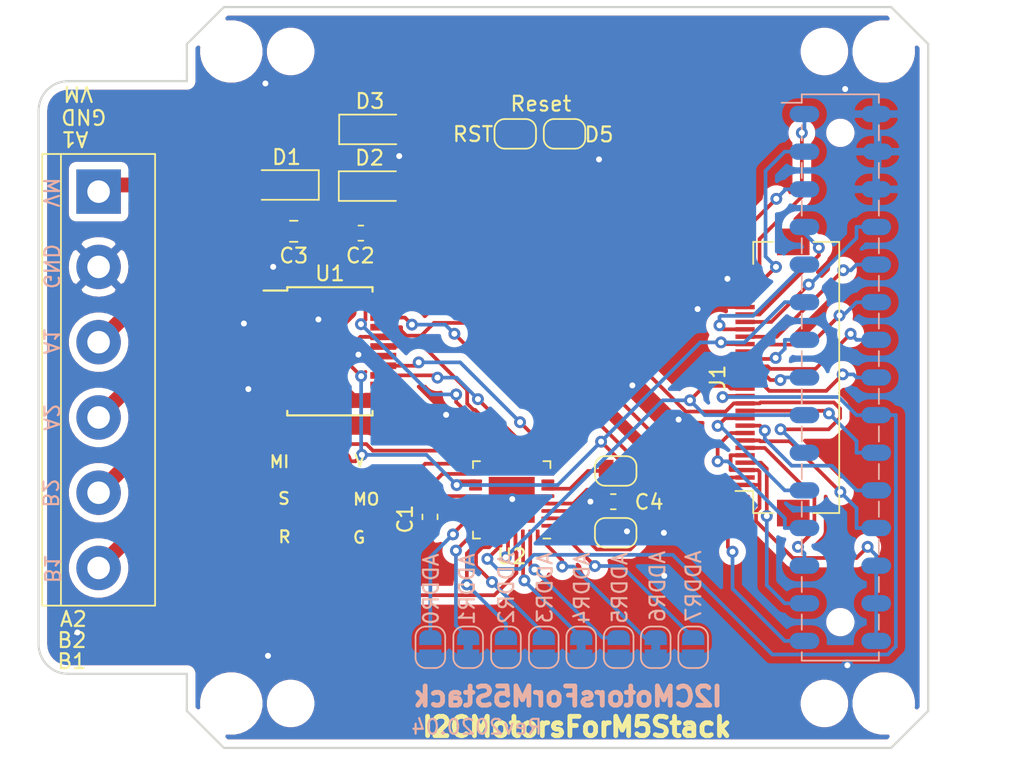
<source format=kicad_pcb>
(kicad_pcb (version 20171130) (host pcbnew 5.1.5-52549c5~86~ubuntu18.04.1)
  (layers (0 F.Cu signal) (31 B.Cu signal) (34 B.Paste user) (35 F.Paste user) (36 B.SilkS user) (37 F.SilkS user) (38 B.Mask user) (39 F.Mask user) (44 Edge.Cuts user))
  (net 0 "")
  (net 1 GND)
  (net 2 +BATT)
  (net 3 +5V)
  (net 4 +3V3)
  (net 5 /35)
  (net 6 /36)
  (net 7 /RST)
  (net 8 /25)
  (net 9 /23)
  (net 10 /26)
  (net 11 /19)
  (net 12 /18)
  (net 13 /1)
  (net 14 /3)
  (net 15 /17)
  (net 16 /16)
  (net 17 /22)
  (net 18 /21)
  (net 19 /5)
  (net 20 /2)
  (net 21 /13)
  (net 22 /12)
  (net 23 /0)
  (net 24 /15)
  (net 25 /34)
  (net 26 /HPWR)
  (net 27 "Net-(C1-Pad1)")
  (net 28 /B2)
  (net 29 /A1)
  (net 30 /B1)
  (net 31 /A2)
  (net 32 /PWMA)
  (net 33 /AIN2)
  (net 34 /AIN1)
  (net 35 /STBY)
  (net 36 /BIN1)
  (net 37 /BIN2)
  (net 38 /PWMB)
  (net 39 "Net-(U2-Pad22)")
  (net 40 "Net-(U2-Pad19)")
  (net 41 "Net-(U2-Pad8)")
  (net 42 "Net-(U2-Pad7)")
  (net 43 /SPI_RESET)
  (net 44 /MOSI)
  (net 45 /SCK)
  (net 46 /MISO)
  (net 47 /ADDR1)
  (net 48 /ADDR2)
  (net 49 VCC)
  (net 50 /ADDR3)
  (net 51 /ADDR4)
  (net 52 /ADDR5)
  (net 53 /ADDR6)
  (net 54 /ADDR7)
  (net 55 "Net-(JP3-Pad2)")
  (net 56 "Net-(JP4-Pad2)")
  (net 57 /VM)
  (net 58 /ADDR0)
  (module Jumper:SolderJumper-2_P1.3mm_Bridged_RoundedPad1.0x1.5mm (layer B.Cu) (at 126.5988 93.2082 90)
    (fp_text reference ADDR4 (at 3.975 0.05 270) (layer B.SilkS) (effects (justify mirror)))
    (fp_text value NC)
    (fp_poly (pts (xy 0.25 0.3) (xy -0.25 0.3) (xy -0.25 -0.3) (xy 0.25 -0.3)) (layer B.Cu) (width 0))
    (pad 1 smd custom (at -0.65 0 90) (size 1 0.5) (layers B.Cu B.Mask) (net 1 GND) (options (clearance outline) (anchor rect)) (primitives (gr_circle (center 0 -0.25) (end 0.5 -0.25) (width 0)) (gr_circle (center 0 0.25) (end 0.5 0.25) (width 0)) (gr_poly (pts (xy 0 0.75) (xy 0.5 0.75) (xy 0.5 -0.75) (xy 0 -0.75)) (width 0))))
    (pad 2 smd custom (at 0.65 0 90) (size 1 0.5) (layers B.Cu B.Mask) (net 51 /ADDR4) (options (clearance outline) (anchor rect)) (primitives (gr_circle (center 0 -0.25) (end 0.5 -0.25) (width 0)) (gr_circle (center 0 0.25) (end 0.5 0.25) (width 0)) (gr_poly (pts (xy 0 0.75) (xy -0.5 0.75) (xy -0.5 -0.75) (xy 0 -0.75)) (width 0))))
  )
  (module Jumper:SolderJumper-2_P1.3mm_Open_RoundedPad1.0x1.5mm (layer B.Cu) (at 134.1488 93.2082 90)
    (fp_text reference ADDR7 (at 4.125 0.025 270) (layer B.SilkS) (effects (justify mirror)))
    (fp_text value NO)
    (pad 2 smd custom (at 0.65 0 90) (size 1 0.5) (layers B.Cu B.Mask) (net 54 /ADDR7) (options (clearance outline) (anchor rect)) (primitives (gr_circle (center 0 -0.25) (end 0.5 -0.25) (width 0)) (gr_circle (center 0 0.25) (end 0.5 0.25) (width 0)) (gr_poly (pts (xy 0 0.75) (xy -0.5 0.75) (xy -0.5 -0.75) (xy 0 -0.75)) (width 0))))
    (pad 1 smd custom (at -0.65 0 90) (size 1 0.5) (layers B.Cu B.Mask) (net 1 GND) (options (clearance outline) (anchor rect)) (primitives (gr_circle (center 0 -0.25) (end 0.5 -0.25) (width 0)) (gr_circle (center 0 0.25) (end 0.5 0.25) (width 0)) (gr_poly (pts (xy 0 0.75) (xy 0.5 0.75) (xy 0.5 -0.75) (xy 0 -0.75)) (width 0))))
  )
  (module Jumper:SolderJumper-2_P1.3mm_Bridged_RoundedPad1.0x1.5mm (layer B.Cu) (at 131.6238 93.2082 90)
    (fp_text reference ADDR6 (at 4.1 0.125 270) (layer B.SilkS) (effects (justify mirror)))
    (fp_text value NC)
    (fp_poly (pts (xy 0.25 0.3) (xy -0.25 0.3) (xy -0.25 -0.3) (xy 0.25 -0.3)) (layer B.Cu) (width 0))
    (pad 1 smd custom (at -0.65 0 90) (size 1 0.5) (layers B.Cu B.Mask) (net 1 GND) (options (clearance outline) (anchor rect)) (primitives (gr_circle (center 0 -0.25) (end 0.5 -0.25) (width 0)) (gr_circle (center 0 0.25) (end 0.5 0.25) (width 0)) (gr_poly (pts (xy 0 0.75) (xy 0.5 0.75) (xy 0.5 -0.75) (xy 0 -0.75)) (width 0))))
    (pad 2 smd custom (at 0.65 0 90) (size 1 0.5) (layers B.Cu B.Mask) (net 53 /ADDR6) (options (clearance outline) (anchor rect)) (primitives (gr_circle (center 0 -0.25) (end 0.5 -0.25) (width 0)) (gr_circle (center 0 0.25) (end 0.5 0.25) (width 0)) (gr_poly (pts (xy 0 0.75) (xy -0.5 0.75) (xy -0.5 -0.75) (xy 0 -0.75)) (width 0))))
  )
  (module Jumper:SolderJumper-2_P1.3mm_Open_RoundedPad1.0x1.5mm (layer B.Cu) (at 129.1238 93.2082 90)
    (fp_text reference ADDR5 (at 4 0.075 270) (layer B.SilkS) (effects (justify mirror)))
    (fp_text value NO)
    (pad 2 smd custom (at 0.65 0 90) (size 1 0.5) (layers B.Cu B.Mask) (net 52 /ADDR5) (options (clearance outline) (anchor rect)) (primitives (gr_circle (center 0 -0.25) (end 0.5 -0.25) (width 0)) (gr_circle (center 0 0.25) (end 0.5 0.25) (width 0)) (gr_poly (pts (xy 0 0.75) (xy -0.5 0.75) (xy -0.5 -0.75) (xy 0 -0.75)) (width 0))))
    (pad 1 smd custom (at -0.65 0 90) (size 1 0.5) (layers B.Cu B.Mask) (net 1 GND) (options (clearance outline) (anchor rect)) (primitives (gr_circle (center 0 -0.25) (end 0.5 -0.25) (width 0)) (gr_circle (center 0 0.25) (end 0.5 0.25) (width 0)) (gr_poly (pts (xy 0 0.75) (xy 0.5 0.75) (xy 0.5 -0.75) (xy 0 -0.75)) (width 0))))
  )
  (module Jumper:SolderJumper-2_P1.3mm_Open_RoundedPad1.0x1.5mm (layer B.Cu) (at 124.0738 93.2082 90)
    (fp_text reference ADDR3 (at 4.025 0.075 270) (layer B.SilkS) (effects (justify mirror)))
    (fp_text value NO)
    (pad 2 smd custom (at 0.65 0 90) (size 1 0.5) (layers B.Cu B.Mask) (net 50 /ADDR3) (options (clearance outline) (anchor rect)) (primitives (gr_circle (center 0 -0.25) (end 0.5 -0.25) (width 0)) (gr_circle (center 0 0.25) (end 0.5 0.25) (width 0)) (gr_poly (pts (xy 0 0.75) (xy -0.5 0.75) (xy -0.5 -0.75) (xy 0 -0.75)) (width 0))))
    (pad 1 smd custom (at -0.65 0 90) (size 1 0.5) (layers B.Cu B.Mask) (net 1 GND) (options (clearance outline) (anchor rect)) (primitives (gr_circle (center 0 -0.25) (end 0.5 -0.25) (width 0)) (gr_circle (center 0 0.25) (end 0.5 0.25) (width 0)) (gr_poly (pts (xy 0 0.75) (xy 0.5 0.75) (xy 0.5 -0.75) (xy 0 -0.75)) (width 0))))
  )
  (module Jumper:SolderJumper-2_P1.3mm_Open_RoundedPad1.0x1.5mm (layer B.Cu) (at 121.5238 93.2082 90)
    (fp_text reference ADDR2 (at 3.975 0.025 270) (layer B.SilkS) (effects (justify mirror)))
    (fp_text value NO)
    (pad 2 smd custom (at 0.65 0 90) (size 1 0.5) (layers B.Cu B.Mask) (net 48 /ADDR2) (options (clearance outline) (anchor rect)) (primitives (gr_circle (center 0 -0.25) (end 0.5 -0.25) (width 0)) (gr_circle (center 0 0.25) (end 0.5 0.25) (width 0)) (gr_poly (pts (xy 0 0.75) (xy -0.5 0.75) (xy -0.5 -0.75) (xy 0 -0.75)) (width 0))))
    (pad 1 smd custom (at -0.65 0 90) (size 1 0.5) (layers B.Cu B.Mask) (net 1 GND) (options (clearance outline) (anchor rect)) (primitives (gr_circle (center 0 -0.25) (end 0.5 -0.25) (width 0)) (gr_circle (center 0 0.25) (end 0.5 0.25) (width 0)) (gr_poly (pts (xy 0 0.75) (xy 0.5 0.75) (xy 0.5 -0.75) (xy 0 -0.75)) (width 0))))
  )
  (module Jumper:SolderJumper-2_P1.3mm_Bridged_RoundedPad1.0x1.5mm (layer B.Cu) (at 118.9738 93.2082 90)
    (fp_text reference ADDR1 (at 3.925 -0.075 270) (layer B.SilkS) (effects (justify mirror)))
    (fp_text value NC)
    (fp_poly (pts (xy 0.25 0.3) (xy -0.25 0.3) (xy -0.25 -0.3) (xy 0.25 -0.3)) (layer B.Cu) (width 0))
    (pad 1 smd custom (at -0.65 0 90) (size 1 0.5) (layers B.Cu B.Mask) (net 1 GND) (options (clearance outline) (anchor rect)) (primitives (gr_circle (center 0 -0.25) (end 0.5 -0.25) (width 0)) (gr_circle (center 0 0.25) (end 0.5 0.25) (width 0)) (gr_poly (pts (xy 0 0.75) (xy 0.5 0.75) (xy 0.5 -0.75) (xy 0 -0.75)) (width 0))))
    (pad 2 smd custom (at 0.65 0 90) (size 1 0.5) (layers B.Cu B.Mask) (net 47 /ADDR1) (options (clearance outline) (anchor rect)) (primitives (gr_circle (center 0 -0.25) (end 0.5 -0.25) (width 0)) (gr_circle (center 0 0.25) (end 0.5 0.25) (width 0)) (gr_poly (pts (xy 0 0.75) (xy -0.5 0.75) (xy -0.5 -0.75) (xy 0 -0.75)) (width 0))))
  )
  (module Jumper:SolderJumper-2_P1.3mm_Open_RoundedPad1.0x1.5mm (layer B.Cu) (at 116.4238 93.2082 90)
    (fp_text reference ADDR0 (at 3.925 0.05 270) (layer B.SilkS) (effects (justify mirror)))
    (fp_text value NO)
    (pad 2 smd custom (at 0.65 0 90) (size 1 0.5) (layers B.Cu B.Mask) (net 58 /ADDR0) (options (clearance outline) (anchor rect)) (primitives (gr_circle (center 0 -0.25) (end 0.5 -0.25) (width 0)) (gr_circle (center 0 0.25) (end 0.5 0.25) (width 0)) (gr_poly (pts (xy 0 0.75) (xy -0.5 0.75) (xy -0.5 -0.75) (xy 0 -0.75)) (width 0))))
    (pad 1 smd custom (at -0.65 0 90) (size 1 0.5) (layers B.Cu B.Mask) (net 1 GND) (options (clearance outline) (anchor rect)) (primitives (gr_circle (center 0 -0.25) (end 0.5 -0.25) (width 0)) (gr_circle (center 0 0.25) (end 0.5 0.25) (width 0)) (gr_poly (pts (xy 0 0.75) (xy 0.5 0.75) (xy 0.5 -0.75) (xy 0 -0.75)) (width 0))))
  )
  (module my-kicad-footprints:PinSocket_2x15_P2.54mm_Vertical_SMD_just_for_M5Stack_bottom (layer B.Cu) (at 144.074 75 180)
    (fp_text reference J2 hide)
    (fp_text value 2x15socket)
    (pad 30 smd oval (at -2.42 -17.78 180) (size 2 1.1) (layers B.Cu B.Paste B.Mask) (net 26 /HPWR))
    (pad 29 smd oval (at 2.42 -17.78 180) (size 2 1.1) (layers B.Cu B.Paste B.Mask) (net 2 +BATT))
    (pad 28 smd oval (at -2.42 -15.24 180) (size 2 1.1) (layers B.Cu B.Paste B.Mask) (net 26 /HPWR))
    (pad 27 smd oval (at 2.42 -15.24 180) (size 2 1.1) (layers B.Cu B.Paste B.Mask) (net 3 +5V))
    (pad 26 smd oval (at -2.42 -12.7 180) (size 2 1.1) (layers B.Cu B.Paste B.Mask) (net 26 /HPWR))
    (pad 25 smd oval (at 2.42 -12.7 180) (size 2 1.1) (layers B.Cu B.Paste B.Mask) (net 25 /34))
    (pad 24 smd oval (at -2.42 -10.16 180) (size 2 1.1) (layers B.Cu B.Paste B.Mask) (net 24 /15))
    (pad 23 smd oval (at 2.42 -10.16 180) (size 2 1.1) (layers B.Cu B.Paste B.Mask) (net 23 /0))
    (pad 22 smd oval (at -2.42 -7.62 180) (size 2 1.1) (layers B.Cu B.Paste B.Mask) (net 22 /12))
    (pad 21 smd oval (at 2.42 -7.62 180) (size 2 1.1) (layers B.Cu B.Paste B.Mask) (net 21 /13))
    (pad 20 smd oval (at -2.42 -5.08 180) (size 2 1.1) (layers B.Cu B.Paste B.Mask) (net 20 /2))
    (pad 19 smd oval (at 2.42 -5.08 180) (size 2 1.1) (layers B.Cu B.Paste B.Mask) (net 19 /5))
    (pad 18 smd oval (at -2.42 -2.54 180) (size 2 1.1) (layers B.Cu B.Paste B.Mask) (net 18 /21))
    (pad 17 smd oval (at 2.42 -2.54 180) (size 2 1.1) (layers B.Cu B.Paste B.Mask) (net 17 /22))
    (pad 16 smd oval (at -2.42 0 180) (size 2 1.1) (layers B.Cu B.Paste B.Mask) (net 16 /16))
    (pad 15 smd oval (at 2.42 0 180) (size 2 1.1) (layers B.Cu B.Paste B.Mask) (net 15 /17))
    (pad 14 smd oval (at -2.42 2.54 180) (size 2 1.1) (layers B.Cu B.Paste B.Mask) (net 14 /3))
    (pad 13 smd oval (at 2.42 2.54 180) (size 2 1.1) (layers B.Cu B.Paste B.Mask) (net 13 /1))
    (pad 12 smd oval (at -2.42 5.08 180) (size 2 1.1) (layers B.Cu B.Paste B.Mask) (net 12 /18))
    (pad 11 smd oval (at 2.42 5.08 180) (size 2 1.1) (layers B.Cu B.Paste B.Mask) (net 4 +3V3))
    (pad 10 smd oval (at -2.42 7.62 180) (size 2 1.1) (layers B.Cu B.Paste B.Mask) (net 11 /19))
    (pad 9 smd oval (at 2.42 7.62 180) (size 2 1.1) (layers B.Cu B.Paste B.Mask) (net 10 /26))
    (pad 8 smd oval (at -2.42 10.16 180) (size 2 1.1) (layers B.Cu B.Paste B.Mask) (net 9 /23))
    (pad 7 smd oval (at 2.42 10.16 180) (size 2 1.1) (layers B.Cu B.Paste B.Mask) (net 8 /25))
    (pad 6 smd oval (at -2.42 12.7 180) (size 2 1.1) (layers B.Cu B.Paste B.Mask) (net 1 GND))
    (pad 5 smd oval (at 2.42 12.7 180) (size 2 1.1) (layers B.Cu B.Paste B.Mask) (net 7 /RST))
    (pad 4 smd oval (at -2.52 15.24 180) (size 2 1.1) (layers B.Cu B.Paste B.Mask) (net 1 GND))
    (pad 3 smd oval (at 2.42 15.24 180) (size 2 1.1) (layers B.Cu B.Paste B.Mask) (net 6 /36))
    (pad 2 smd oval (at -2.42 17.78 180) (size 2 1.1) (layers B.Cu B.Paste B.Mask) (net 1 GND))
    (pad 1 smd oval (at 2.42 17.78 180) (size 2 1.1) (layers B.Cu B.Paste B.Mask) (net 5 /35))
    (pad "" np_thru_hole circle (at 0 16.51 180) (size 0.9 0.9) (drill 0.9) (layers *.Cu *.Mask))
    (pad "" np_thru_hole circle (at 0 -16.51 180) (size 0.9 0.9) (drill 0.9) (layers *.Cu *.Mask))
  )
  (module Connector_FFC-FPC:Hirose_FH12-30S-0.5SH_1x30-1MP_P0.50mm_Horizontal (layer F.Cu) (at 139.5 75 90)
    (fp_text reference J1 (at 0 -3.7 270) (layer F.SilkS))
    (fp_text value FFC_connector)
    (pad 30 smd rect (at 7.25 -1.85 90) (size 0.3 1.3) (layers F.Cu F.Paste F.Mask) (net 5 /35))
    (pad 29 smd rect (at 6.75 -1.85 90) (size 0.3 1.3) (layers F.Cu F.Paste F.Mask) (net 1 GND))
    (pad 28 smd rect (at 6.25 -1.85 90) (size 0.3 1.3) (layers F.Cu F.Paste F.Mask) (net 6 /36))
    (pad 27 smd rect (at 5.75 -1.85 90) (size 0.3 1.3) (layers F.Cu F.Paste F.Mask) (net 1 GND))
    (pad 26 smd rect (at 5.25 -1.85 90) (size 0.3 1.3) (layers F.Cu F.Paste F.Mask) (net 7 /RST))
    (pad 25 smd rect (at 4.75 -1.85 90) (size 0.3 1.3) (layers F.Cu F.Paste F.Mask) (net 1 GND))
    (pad 24 smd rect (at 4.25 -1.85 90) (size 0.3 1.3) (layers F.Cu F.Paste F.Mask) (net 8 /25))
    (pad 23 smd rect (at 3.75 -1.85 90) (size 0.3 1.3) (layers F.Cu F.Paste F.Mask) (net 9 /23))
    (pad 22 smd rect (at 3.25 -1.85 90) (size 0.3 1.3) (layers F.Cu F.Paste F.Mask) (net 10 /26))
    (pad 21 smd rect (at 2.75 -1.85 90) (size 0.3 1.3) (layers F.Cu F.Paste F.Mask) (net 11 /19))
    (pad 20 smd rect (at 2.25 -1.85 90) (size 0.3 1.3) (layers F.Cu F.Paste F.Mask) (net 4 +3V3))
    (pad 19 smd rect (at 1.75 -1.85 90) (size 0.3 1.3) (layers F.Cu F.Paste F.Mask) (net 12 /18))
    (pad 18 smd rect (at 1.25 -1.85 90) (size 0.3 1.3) (layers F.Cu F.Paste F.Mask) (net 13 /1))
    (pad 17 smd rect (at 0.75 -1.85 90) (size 0.3 1.3) (layers F.Cu F.Paste F.Mask) (net 14 /3))
    (pad 16 smd rect (at 0.25 -1.85 90) (size 0.3 1.3) (layers F.Cu F.Paste F.Mask) (net 15 /17))
    (pad 15 smd rect (at -0.25 -1.85 90) (size 0.3 1.3) (layers F.Cu F.Paste F.Mask) (net 16 /16))
    (pad 14 smd rect (at -0.75 -1.85 90) (size 0.3 1.3) (layers F.Cu F.Paste F.Mask) (net 17 /22))
    (pad 13 smd rect (at -1.25 -1.85 90) (size 0.3 1.3) (layers F.Cu F.Paste F.Mask) (net 18 /21))
    (pad 12 smd rect (at -1.75 -1.85 90) (size 0.3 1.3) (layers F.Cu F.Paste F.Mask) (net 19 /5))
    (pad 11 smd rect (at -2.25 -1.85 90) (size 0.3 1.3) (layers F.Cu F.Paste F.Mask) (net 20 /2))
    (pad 10 smd rect (at -2.75 -1.85 90) (size 0.3 1.3) (layers F.Cu F.Paste F.Mask) (net 21 /13))
    (pad 9 smd rect (at -3.25 -1.85 90) (size 0.3 1.3) (layers F.Cu F.Paste F.Mask) (net 22 /12))
    (pad 8 smd rect (at -3.75 -1.85 90) (size 0.3 1.3) (layers F.Cu F.Paste F.Mask) (net 23 /0))
    (pad 7 smd rect (at -4.25 -1.85 90) (size 0.3 1.3) (layers F.Cu F.Paste F.Mask) (net 24 /15))
    (pad 6 smd rect (at -4.75 -1.85 90) (size 0.3 1.3) (layers F.Cu F.Paste F.Mask) (net 25 /34))
    (pad 5 smd rect (at -5.25 -1.85 90) (size 0.3 1.3) (layers F.Cu F.Paste F.Mask) (net 26 /HPWR))
    (pad 4 smd rect (at -5.75 -1.85 90) (size 0.3 1.3) (layers F.Cu F.Paste F.Mask) (net 3 +5V))
    (pad 3 smd rect (at -6.25 -1.85 90) (size 0.3 1.3) (layers F.Cu F.Paste F.Mask) (net 26 /HPWR))
    (pad 2 smd rect (at -6.75 -1.85 90) (size 0.3 1.3) (layers F.Cu F.Paste F.Mask) (net 2 +BATT))
    (pad 1 smd rect (at -7.25 -1.85 90) (size 0.3 1.3) (layers F.Cu F.Paste F.Mask) (net 26 /HPWR))
    (pad MP smd rect (at -9.15 1.4 90) (size 1.8 2.2) (layers F.Cu F.Paste F.Mask))
    (pad MP smd rect (at 9.15 1.4 90) (size 1.8 2.2) (layers F.Cu F.Paste F.Mask))
  )
  (module TerminalBlock:TerminalBlock_bornier-6_P5.08mm (layer F.Cu) (at 94.0488 62.4582 270)
    (fp_text reference J4 hide)
    (fp_text value Conn_01x06)
    (pad 6 thru_hole circle (at 25.4 0 270) (size 3 3) (drill 1.52) (layers *.Cu *.Mask) (net 30 /B1))
    (pad 5 thru_hole circle (at 20.32 0 270) (size 3 3) (drill 1.52) (layers *.Cu *.Mask) (net 28 /B2))
    (pad 4 thru_hole circle (at 15.24 0 270) (size 3 3) (drill 1.52) (layers *.Cu *.Mask) (net 31 /A2))
    (pad 1 thru_hole rect (at 0 0 270) (size 3 3) (drill 1.52) (layers *.Cu *.Mask) (net 49 VCC))
    (pad 3 thru_hole circle (at 10.16 0 270) (size 3 3) (drill 1.52) (layers *.Cu *.Mask) (net 29 /A1))
    (pad 2 thru_hole circle (at 5.08 0 270) (size 3 3) (drill 1.52) (layers *.Cu *.Mask) (net 1 GND))
  )
  (module Diode_SMD:D_SOD-123F (layer F.Cu) (at 112.474 58.2582)
    (fp_text reference D3 (at -0.127 -1.905) (layer F.SilkS))
    (fp_text value D)
    (pad 2 smd rect (at 1.4 0) (size 1.1 1.1) (layers F.Cu F.Paste F.Mask) (net 1 GND))
    (pad 1 smd rect (at -1.4 0) (size 1.1 1.1) (layers F.Cu F.Paste F.Mask) (net 57 /VM))
  )
  (module Package_DFN_QFN:QFN-32-1EP_5x5mm_P0.5mm_EP3.1x3.1mm (layer F.Cu) (at 121.911 83.2582 180)
    (fp_text reference U2 (at 0 -3.82) (layer F.SilkS))
    (fp_text value ATmega328PB-MU)
    (pad 33 smd rect (at 0 0 180) (size 3.1 3.1) (layers F.Cu F.Mask) (net 1 GND))
    (pad 32 smd roundrect (at -1.75 -2.4375 180) (size 0.25 0.875) (layers F.Cu F.Paste F.Mask) (net 53 /ADDR6))
    (pad 31 smd roundrect (at -1.25 -2.4375 180) (size 0.25 0.875) (layers F.Cu F.Paste F.Mask) (net 52 /ADDR5))
    (pad 30 smd roundrect (at -0.75 -2.4375 180) (size 0.25 0.875) (layers F.Cu F.Paste F.Mask) (net 51 /ADDR4))
    (pad 29 smd roundrect (at -0.25 -2.4375 180) (size 0.25 0.875) (layers F.Cu F.Paste F.Mask) (net 43 /SPI_RESET))
    (pad 28 smd roundrect (at 0.25 -2.4375 180) (size 0.25 0.875) (layers F.Cu F.Paste F.Mask) (net 17 /22))
    (pad 27 smd roundrect (at 0.75 -2.4375 180) (size 0.25 0.875) (layers F.Cu F.Paste F.Mask) (net 18 /21))
    (pad 26 smd roundrect (at 1.25 -2.4375 180) (size 0.25 0.875) (layers F.Cu F.Paste F.Mask) (net 50 /ADDR3))
    (pad 25 smd roundrect (at 1.75 -2.4375 180) (size 0.25 0.875) (layers F.Cu F.Paste F.Mask) (net 48 /ADDR2))
    (pad 24 smd roundrect (at 2.4375 -1.75 180) (size 0.875 0.25) (layers F.Cu F.Paste F.Mask) (net 47 /ADDR1))
    (pad 23 smd roundrect (at 2.4375 -1.25 180) (size 0.875 0.25) (layers F.Cu F.Paste F.Mask) (net 58 /ADDR0))
    (pad 22 smd roundrect (at 2.4375 -0.75 180) (size 0.875 0.25) (layers F.Cu F.Paste F.Mask) (net 39 "Net-(U2-Pad22)"))
    (pad 21 smd roundrect (at 2.4375 -0.25 180) (size 0.875 0.25) (layers F.Cu F.Paste F.Mask) (net 1 GND))
    (pad 20 smd roundrect (at 2.4375 0.25 180) (size 0.875 0.25) (layers F.Cu F.Paste F.Mask) (net 27 "Net-(C1-Pad1)"))
    (pad 19 smd roundrect (at 2.4375 0.75 180) (size 0.875 0.25) (layers F.Cu F.Paste F.Mask) (net 40 "Net-(U2-Pad19)"))
    (pad 18 smd roundrect (at 2.4375 1.25 180) (size 0.875 0.25) (layers F.Cu F.Paste F.Mask) (net 4 +3V3))
    (pad 17 smd roundrect (at 2.4375 1.75 180) (size 0.875 0.25) (layers F.Cu F.Paste F.Mask) (net 45 /SCK))
    (pad 16 smd roundrect (at 1.75 2.4375 180) (size 0.25 0.875) (layers F.Cu F.Paste F.Mask) (net 46 /MISO))
    (pad 15 smd roundrect (at 1.25 2.4375 180) (size 0.25 0.875) (layers F.Cu F.Paste F.Mask) (net 44 /MOSI))
    (pad 14 smd roundrect (at 0.75 2.4375 180) (size 0.25 0.875) (layers F.Cu F.Paste F.Mask) (net 38 /PWMB))
    (pad 13 smd roundrect (at 0.25 2.4375 180) (size 0.25 0.875) (layers F.Cu F.Paste F.Mask) (net 32 /PWMA))
    (pad 12 smd roundrect (at -0.25 2.4375 180) (size 0.25 0.875) (layers F.Cu F.Paste F.Mask) (net 35 /STBY))
    (pad 11 smd roundrect (at -0.75 2.4375 180) (size 0.25 0.875) (layers F.Cu F.Paste F.Mask) (net 37 /BIN2))
    (pad 10 smd roundrect (at -1.25 2.4375 180) (size 0.25 0.875) (layers F.Cu F.Paste F.Mask) (net 36 /BIN1))
    (pad 9 smd roundrect (at -1.75 2.4375 180) (size 0.25 0.875) (layers F.Cu F.Paste F.Mask) (net 33 /AIN2))
    (pad 8 smd roundrect (at -2.4375 1.75 180) (size 0.875 0.25) (layers F.Cu F.Paste F.Mask) (net 41 "Net-(U2-Pad8)"))
    (pad 7 smd roundrect (at -2.4375 1.25 180) (size 0.875 0.25) (layers F.Cu F.Paste F.Mask) (net 42 "Net-(U2-Pad7)"))
    (pad 6 smd roundrect (at -2.4375 0.75 180) (size 0.875 0.25) (layers F.Cu F.Paste F.Mask) (net 56 "Net-(JP4-Pad2)"))
    (pad 5 smd roundrect (at -2.4375 0.25 180) (size 0.875 0.25) (layers F.Cu F.Paste F.Mask) (net 1 GND))
    (pad 4 smd roundrect (at -2.4375 -0.25 180) (size 0.875 0.25) (layers F.Cu F.Paste F.Mask) (net 4 +3V3))
    (pad 3 smd roundrect (at -2.4375 -0.75 180) (size 0.875 0.25) (layers F.Cu F.Paste F.Mask) (net 55 "Net-(JP3-Pad2)"))
    (pad 2 smd roundrect (at -2.4375 -1.25 180) (size 0.875 0.25) (layers F.Cu F.Paste F.Mask) (net 34 /AIN1))
    (pad 1 smd roundrect (at -2.4375 -1.75 180) (size 0.875 0.25) (layers F.Cu F.Paste F.Mask) (net 54 /ADDR7))
  )
  (module Jumper:SolderJumper-2_P1.3mm_Open_RoundedPad1.0x1.5mm (layer F.Cu) (at 128.924 81.3082 180)
    (fp_text reference JP4 hide)
    (fp_text value NO)
    (pad 2 smd custom (at 0.65 0 180) (size 1 0.5) (layers F.Cu F.Mask) (net 56 "Net-(JP4-Pad2)") (options (clearance outline) (anchor rect)) (primitives (gr_circle (center 0 0.25) (end 0.5 0.25) (width 0)) (gr_circle (center 0 -0.25) (end 0.5 -0.25) (width 0)) (gr_poly (pts (xy 0 -0.75) (xy -0.5 -0.75) (xy -0.5 0.75) (xy 0 0.75)) (width 0))))
    (pad 1 smd custom (at -0.65 0 180) (size 1 0.5) (layers F.Cu F.Mask) (net 4 +3V3) (options (clearance outline) (anchor rect)) (primitives (gr_circle (center 0 0.25) (end 0.5 0.25) (width 0)) (gr_circle (center 0 -0.25) (end 0.5 -0.25) (width 0)) (gr_poly (pts (xy 0 -0.75) (xy 0.5 -0.75) (xy 0.5 0.75) (xy 0 0.75)) (width 0))))
  )
  (module Jumper:SolderJumper-2_P1.3mm_Open_RoundedPad1.0x1.5mm (layer F.Cu) (at 128.924 85.4832 180)
    (fp_text reference JP3 hide)
    (fp_text value NO)
    (pad 2 smd custom (at 0.65 0 180) (size 1 0.5) (layers F.Cu F.Mask) (net 55 "Net-(JP3-Pad2)") (options (clearance outline) (anchor rect)) (primitives (gr_circle (center 0 0.25) (end 0.5 0.25) (width 0)) (gr_circle (center 0 -0.25) (end 0.5 -0.25) (width 0)) (gr_poly (pts (xy 0 -0.75) (xy -0.5 -0.75) (xy -0.5 0.75) (xy 0 0.75)) (width 0))))
    (pad 1 smd custom (at -0.65 0 180) (size 1 0.5) (layers F.Cu F.Mask) (net 1 GND) (options (clearance outline) (anchor rect)) (primitives (gr_circle (center 0 0.25) (end 0.5 0.25) (width 0)) (gr_circle (center 0 -0.25) (end 0.5 -0.25) (width 0)) (gr_poly (pts (xy 0 -0.75) (xy 0.5 -0.75) (xy 0.5 0.75) (xy 0 0.75)) (width 0))))
  )
  (module footprints:2x03_P2.54mm_Pads (layer F.Cu) (at 109.104 83.1932)
    (fp_text reference J3 hide)
    (fp_text value Conn_01x06)
    (fp_text user R (at -2.5146 2.5654) (layer F.SilkS) (effects (font (size 0.8 0.8))))
    (fp_text user G (at 2.5146 2.6035) (layer F.SilkS) (effects (font (size 0.8 0.8))))
    (fp_text user MO (at 2.9972 0.0254) (layer F.SilkS) (effects (font (size 0.8 0.8))))
    (fp_text user S (at -2.5527 -0.0254) (layer F.SilkS) (effects (font (size 0.8 0.8))))
    (fp_text user V (at 2.5527 -2.5654) (layer F.SilkS) (effects (font (size 0.8 0.8))))
    (fp_text user MI (at -2.8575 -2.5019) (layer F.SilkS) (effects (font (size 0.8 0.8))))
    (pad 1 connect circle (at -1.27 -2.54) (size 1.524 1.524) (layers F.Cu F.Mask) (net 46 /MISO))
    (pad 2 connect circle (at 1.27 -2.54) (size 1.524 1.524) (layers F.Cu F.Mask) (net 4 +3V3))
    (pad 3 connect circle (at -1.27 0) (size 1.524 1.524) (layers F.Cu F.Mask) (net 45 /SCK))
    (pad 4 connect circle (at 1.27 0) (size 1.524 1.524) (layers F.Cu F.Mask) (net 44 /MOSI))
    (pad 5 connect circle (at -1.27 2.54) (size 1.524 1.524) (layers F.Cu F.Mask) (net 43 /SPI_RESET))
    (pad 6 connect circle (at 1.27 2.54) (size 1.524 1.524) (layers F.Cu F.Mask) (net 1 GND))
  )
  (module Diode_SMD:D_SOD-123F (layer F.Cu) (at 112.449 62.0832)
    (fp_text reference D2 (at -0.127 -1.905) (layer F.SilkS))
    (fp_text value D)
    (pad 2 smd rect (at 1.4 0) (size 1.1 1.1) (layers F.Cu F.Paste F.Mask) (net 2 +BATT))
    (pad 1 smd rect (at -1.4 0) (size 1.1 1.1) (layers F.Cu F.Paste F.Mask) (net 57 /VM))
  )
  (module Diode_SMD:D_SOD-123F (layer F.Cu) (at 106.699 62.0082 180)
    (fp_text reference D1 (at -0.0248 1.875) (layer F.SilkS))
    (fp_text value D)
    (pad 2 smd rect (at 1.4 0 180) (size 1.1 1.1) (layers F.Cu F.Paste F.Mask) (net 49 VCC))
    (pad 1 smd rect (at -1.4 0 180) (size 1.1 1.1) (layers F.Cu F.Paste F.Mask) (net 57 /VM))
  )
  (module Capacitor_SMD:C_0603_1608Metric (layer F.Cu) (at 128.761 83.3832 180)
    (fp_text reference C4 (at -2.4125 -0.025) (layer F.SilkS))
    (fp_text value 0.1uf)
    (pad 2 smd roundrect (at 0.7875 0 180) (size 0.875 0.95) (layers F.Cu F.Paste F.Mask) (net 1 GND))
    (pad 1 smd roundrect (at -0.7875 0 180) (size 0.875 0.95) (layers F.Cu F.Paste F.Mask) (net 4 +3V3))
  )
  (module Capacitor_SMD:C_0805_2012Metric (layer F.Cu) (at 107.211 65.1332 180)
    (fp_text reference C3 (at 0 -1.65) (layer F.SilkS))
    (fp_text value 10uf)
    (pad 2 smd roundrect (at 0.9375 0 180) (size 0.975 1.4) (layers F.Cu F.Paste F.Mask) (net 1 GND))
    (pad 1 smd roundrect (at -0.9375 0 180) (size 0.975 1.4) (layers F.Cu F.Paste F.Mask) (net 57 /VM))
  )
  (module Capacitor_SMD:C_0603_1608Metric (layer F.Cu) (at 111.736 65.2582)
    (fp_text reference C2 (at -0.0375 1.525) (layer F.SilkS))
    (fp_text value 0.1uf)
    (pad 2 smd roundrect (at 0.7875 0) (size 0.875 0.95) (layers F.Cu F.Paste F.Mask) (net 1 GND))
    (pad 1 smd roundrect (at -0.7875 0) (size 0.875 0.95) (layers F.Cu F.Paste F.Mask) (net 57 /VM))
  )
  (module Package_SO:SSOP-24_5.3x8.2mm_P0.65mm (layer F.Cu) (at 109.649 73.2332)
    (fp_text reference U1 (at 0 -5.25) (layer F.SilkS))
    (fp_text value TB6612FNG)
    (pad 24 smd rect (at 3.6 -3.575) (size 1.75 0.45) (layers F.Cu F.Paste F.Mask) (net 57 /VM))
    (pad 23 smd rect (at 3.6 -2.925) (size 1.75 0.45) (layers F.Cu F.Paste F.Mask) (net 32 /PWMA))
    (pad 22 smd rect (at 3.6 -2.275) (size 1.75 0.45) (layers F.Cu F.Paste F.Mask) (net 33 /AIN2))
    (pad 21 smd rect (at 3.6 -1.625) (size 1.75 0.45) (layers F.Cu F.Paste F.Mask) (net 34 /AIN1))
    (pad 20 smd rect (at 3.6 -0.975) (size 1.75 0.45) (layers F.Cu F.Paste F.Mask) (net 4 +3V3))
    (pad 19 smd rect (at 3.6 -0.325) (size 1.75 0.45) (layers F.Cu F.Paste F.Mask) (net 35 /STBY))
    (pad 18 smd rect (at 3.6 0.325) (size 1.75 0.45) (layers F.Cu F.Paste F.Mask) (net 1 GND))
    (pad 17 smd rect (at 3.6 0.975) (size 1.75 0.45) (layers F.Cu F.Paste F.Mask) (net 36 /BIN1))
    (pad 16 smd rect (at 3.6 1.625) (size 1.75 0.45) (layers F.Cu F.Paste F.Mask) (net 37 /BIN2))
    (pad 15 smd rect (at 3.6 2.275) (size 1.75 0.45) (layers F.Cu F.Paste F.Mask) (net 38 /PWMB))
    (pad 14 smd rect (at 3.6 2.925) (size 1.75 0.45) (layers F.Cu F.Paste F.Mask) (net 57 /VM))
    (pad 13 smd rect (at 3.6 3.575) (size 1.75 0.45) (layers F.Cu F.Paste F.Mask) (net 57 /VM))
    (pad 12 smd rect (at -3.6 3.575) (size 1.75 0.45) (layers F.Cu F.Paste F.Mask) (net 30 /B1))
    (pad 11 smd rect (at -3.6 2.925) (size 1.75 0.45) (layers F.Cu F.Paste F.Mask) (net 30 /B1))
    (pad 10 smd rect (at -3.6 2.275) (size 1.75 0.45) (layers F.Cu F.Paste F.Mask) (net 1 GND))
    (pad 9 smd rect (at -3.6 1.625) (size 1.75 0.45) (layers F.Cu F.Paste F.Mask) (net 1 GND))
    (pad 8 smd rect (at -3.6 0.975) (size 1.75 0.45) (layers F.Cu F.Paste F.Mask) (net 28 /B2))
    (pad 7 smd rect (at -3.6 0.325) (size 1.75 0.45) (layers F.Cu F.Paste F.Mask) (net 28 /B2))
    (pad 6 smd rect (at -3.6 -0.325) (size 1.75 0.45) (layers F.Cu F.Paste F.Mask) (net 31 /A2))
    (pad 5 smd rect (at -3.6 -0.975) (size 1.75 0.45) (layers F.Cu F.Paste F.Mask) (net 31 /A2))
    (pad 4 smd rect (at -3.6 -1.625) (size 1.75 0.45) (layers F.Cu F.Paste F.Mask) (net 1 GND))
    (pad 3 smd rect (at -3.6 -2.275) (size 1.75 0.45) (layers F.Cu F.Paste F.Mask) (net 1 GND))
    (pad 2 smd rect (at -3.6 -2.925) (size 1.75 0.45) (layers F.Cu F.Paste F.Mask) (net 29 /A1))
    (pad 1 smd rect (at -3.6 -3.575) (size 1.75 0.45) (layers F.Cu F.Paste F.Mask) (net 29 /A1))
  )
  (module Jumper:SolderJumper-2_P1.3mm_Open_RoundedPad1.0x1.5mm (layer F.Cu) (at 125.474 58.5582)
    (fp_text reference JP2 hide)
    (fp_text value NO)
    (pad 2 smd custom (at 0.65 0) (size 1 0.5) (layers F.Cu F.Mask) (net 19 /5) (options (clearance outline) (anchor rect)) (primitives (gr_circle (center 0 0.25) (end 0.5 0.25) (width 0)) (gr_circle (center 0 -0.25) (end 0.5 -0.25) (width 0)) (gr_poly (pts (xy 0 -0.75) (xy -0.5 -0.75) (xy -0.5 0.75) (xy 0 0.75)) (width 0))))
    (pad 1 smd custom (at -0.65 0) (size 1 0.5) (layers F.Cu F.Mask) (net 43 /SPI_RESET) (options (clearance outline) (anchor rect)) (primitives (gr_circle (center 0 0.25) (end 0.5 0.25) (width 0)) (gr_circle (center 0 -0.25) (end 0.5 -0.25) (width 0)) (gr_poly (pts (xy 0 -0.75) (xy 0.5 -0.75) (xy 0.5 0.75) (xy 0 0.75)) (width 0))))
  )
  (module Jumper:SolderJumper-2_P1.3mm_Bridged_RoundedPad1.0x1.5mm (layer F.Cu) (at 122.149 58.5582)
    (fp_text reference JP1 hide)
    (fp_text value NC)
    (fp_poly (pts (xy 0.25 -0.3) (xy -0.25 -0.3) (xy -0.25 0.3) (xy 0.25 0.3)) (layer F.Cu) (width 0))
    (pad 1 smd custom (at -0.65 0) (size 1 0.5) (layers F.Cu F.Mask) (net 7 /RST) (options (clearance outline) (anchor rect)) (primitives (gr_circle (center 0 0.25) (end 0.5 0.25) (width 0)) (gr_circle (center 0 -0.25) (end 0.5 -0.25) (width 0)) (gr_poly (pts (xy 0 -0.75) (xy 0.5 -0.75) (xy 0.5 0.75) (xy 0 0.75)) (width 0))))
    (pad 2 smd custom (at 0.65 0) (size 1 0.5) (layers F.Cu F.Mask) (net 43 /SPI_RESET) (options (clearance outline) (anchor rect)) (primitives (gr_circle (center 0 0.25) (end 0.5 0.25) (width 0)) (gr_circle (center 0 -0.25) (end 0.5 -0.25) (width 0)) (gr_poly (pts (xy 0 -0.75) (xy -0.5 -0.75) (xy -0.5 0.75) (xy 0 0.75)) (width 0))))
  )
  (module Capacitor_SMD:C_0603_1608Metric (layer F.Cu) (at 116.399 84.4082 270)
    (fp_text reference C1 (at 0.15 1.675 90) (layer F.SilkS))
    (fp_text value 0.1uf)
    (pad 2 smd roundrect (at 0.7875 0 270) (size 0.875 0.95) (layers F.Cu F.Paste F.Mask) (net 1 GND))
    (pad 1 smd roundrect (at -0.7875 0 270) (size 0.875 0.95) (layers F.Cu F.Paste F.Mask) (net 27 "Net-(C1-Pad1)"))
  )
  (module MountingHole:MountingHole_3.2mm_M3 (layer F.Cu) (at 103 53)
    (fp_text reference REF1 hide)
    (fp_text value MountingHole_3.2mm_M3)
    (pad 1 np_thru_hole circle (at 0 0) (size 3.2 3.2) (drill 3.2) (layers *.Cu *.Mask))
  )
  (module MountingHole:MountingHole_3.2mm_M3 (layer F.Cu) (at 147 53)
    (fp_text reference REF4 hide)
    (fp_text value MountingHole_3.2mm_M3)
    (pad 1 np_thru_hole circle (at 0 0) (size 3.2 3.2) (drill 3.2) (layers *.Cu *.Mask))
  )
  (module MountingHole:MountingHole_3.2mm_M3 (layer F.Cu) (at 103 97)
    (fp_text reference REF6 hide)
    (fp_text value MountingHole_3.2mm_M3)
    (pad 1 np_thru_hole circle (at 0 0) (size 3.2 3.2) (drill 3.2) (layers *.Cu *.Mask))
  )
  (module MountingHole:MountingHole_3.2mm_M3 (layer F.Cu) (at 147 97)
    (fp_text reference REF9 hide)
    (fp_text value MountingHole_3.2mm_M3)
    (pad 1 np_thru_hole circle (at 0 0) (size 3.2 3.2) (drill 3.2) (layers *.Cu *.Mask))
  )
  (module MountingHole:MountingHole_2.2mm_M2 (layer F.Cu) (at 107 53)
    (fp_text reference REF2 hide)
    (fp_text value MountingHole_2.2mm_M2)
    (pad 1 np_thru_hole circle (at 0 0) (size 2.2 2.2) (drill 2.2) (layers *.Cu *.Mask))
  )
  (module MountingHole:MountingHole_2.2mm_M2 (layer F.Cu) (at 143 53)
    (fp_text reference REF3 hide)
    (fp_text value MountingHole_2.2mm_M2)
    (pad 1 np_thru_hole circle (at 0 0) (size 2.2 2.2) (drill 2.2) (layers *.Cu *.Mask))
  )
  (module MountingHole:MountingHole_2.2mm_M2 (layer F.Cu) (at 107 97)
    (fp_text reference REF7 hide)
    (fp_text value MountingHole_2.2mm_M2)
    (pad 1 np_thru_hole circle (at 0 0) (size 2.2 2.2) (drill 2.2) (layers *.Cu *.Mask))
  )
  (module MountingHole:MountingHole_2.2mm_M2 (layer F.Cu) (at 143 97)
    (fp_text reference REF8 hide)
    (fp_text value MountingHole_2.2mm_M2)
    (pad 1 np_thru_hole circle (at 0 0) (size 2.2 2.2) (drill 2.2) (layers *.Cu *.Mask))
  )
  (gr_text I2CMotorsForM5Stack (at 126.2988 98.5832) (layer F.SilkS) (effects (font (size 1.3 1.3) (thickness 0.325))))
  (gr_text B1 (at 90.8988 87.9082 270) (layer B.SilkS) (effects (font (size 1 1)) (justify mirror)))
  (gr_text B2 (at 90.7738 82.8082 270) (layer B.SilkS) (effects (font (size 1 1)) (justify mirror)))
  (gr_text A2 (at 90.8488 77.6832 270) (layer B.SilkS) (effects (font (size 1 1)) (justify mirror)))
  (gr_text A1 (at 90.8488 72.5332 270) (layer B.SilkS) (effects (font (size 1 1)) (justify mirror)))
  (gr_text GND (at 90.8488 67.5082 270) (layer B.SilkS) (effects (font (size 1 1)) (justify mirror)))
  (gr_text VM (at 90.8238 62.5082 270) (layer B.SilkS) (effects (font (size 1 1)) (justify mirror)))
  (gr_arc (start 92 93) (end 90 93) (angle -90) (layer Edge.Cuts) (width 0.15))
  (gr_arc (start 92 57) (end 92 55) (angle -90) (layer Edge.Cuts) (width 0.15))
  (gr_line (start 100 95) (end 100 97.5) (layer Edge.Cuts) (width 0.15))
  (gr_line (start 92 95) (end 100 95) (layer Edge.Cuts) (width 0.15))
  (gr_line (start 90 57) (end 90 93) (layer Edge.Cuts) (width 0.15))
  (gr_line (start 100 55) (end 92 55) (layer Edge.Cuts) (width 0.15))
  (gr_text VM (at 92.6738 55.8582 180) (layer F.SilkS) (effects (font (size 1 1))))
  (gr_text GND (at 93.0488 57.4082 180) (layer F.SilkS) (effects (font (size 1 1))))
  (gr_line (start 150 97.5) (end 150 52.5) (layer Edge.Cuts) (width 0.15))
  (gr_line (start 147.5 100) (end 150 97.5) (layer Edge.Cuts) (width 0.15))
  (gr_line (start 102.5 100) (end 147.5 100) (layer Edge.Cuts) (width 0.15))
  (gr_line (start 100 97.5) (end 102.5 100) (layer Edge.Cuts) (width 0.15))
  (gr_line (start 100 52.5) (end 100 55) (layer Edge.Cuts) (width 0.15))
  (gr_line (start 102.5 50) (end 100 52.5) (layer Edge.Cuts) (width 0.15))
  (gr_line (start 147.5 50) (end 102.5 50) (layer Edge.Cuts) (width 0.15))
  (gr_line (start 150 52.5) (end 147.5 50) (layer Edge.Cuts) (width 0.15))
  (gr_text RST (at 119.2988 58.5832) (layer F.SilkS) (effects (font (size 1 1))))
  (gr_text B1 (at 92.2488 94.1582) (layer F.SilkS) (effects (font (size 1 1))))
  (gr_text B2 (at 92.2488 92.7332) (layer F.SilkS) (effects (font (size 1 1))))
  (gr_text A2 (at 92.3488 91.3082) (layer F.SilkS) (effects (font (size 1 1))))
  (gr_text A1 (at 92.4488 58.9082 180) (layer F.SilkS) (effects (font (size 1 1))))
  (gr_text Rev2020.04 (at 119.5488 98.5832) (layer B.SilkS) (effects (font (size 1 1)) (justify mirror)))
  (gr_text I2CMotorsForM5Stack (at 125.6988 96.5332) (layer B.SilkS) (effects (font (size 1.3 1.3) (thickness 0.325)) (justify mirror)))
  (gr_text D5 (at 127.7988 58.6082) (layer F.SilkS) (effects (font (size 1 1))))
  (gr_text Reset (at 123.8738 56.5332) (layer F.SilkS) (effects (font (size 1 1))))
  (via (at 129.6846 85.3832) (size 0.8) (drill 0.4) (layers F.Cu B.Cu) (net 1))
  (segment (start 129.574 85.4832) (end 129.5846 85.4832) (width 0.25) (layer F.Cu) (net 1))
  (segment (start 129.5846 85.4832) (end 129.6846 85.3832) (width 0.25) (layer F.Cu) (net 1))
  (via (at 132.1738 85.4832) (size 0.8) (drill 0.4) (layers F.Cu B.Cu) (net 1))
  (segment (start 129.6846 85.3832) (end 132.0738 85.3832) (width 0.25) (layer B.Cu) (net 1))
  (segment (start 132.0738 85.3832) (end 132.1738 85.4832) (width 0.25) (layer B.Cu) (net 1))
  (via (at 132.1988 88.3832) (size 0.8) (drill 0.4) (layers F.Cu B.Cu) (net 1))
  (segment (start 132.1738 85.4832) (end 132.1738 88.3582) (width 0.25) (layer F.Cu) (net 1))
  (segment (start 132.1738 88.3582) (end 132.1988 88.3832) (width 0.25) (layer F.Cu) (net 1))
  (segment (start 119.036 83.5082) (end 119.4735 83.5082) (width 0.25) (layer F.Cu) (net 1))
  (segment (start 117.755494 83.5082) (end 119.036 83.5082) (width 0.25) (layer F.Cu) (net 1))
  (segment (start 116.399 84.864694) (end 117.755494 83.5082) (width 0.25) (layer F.Cu) (net 1))
  (segment (start 116.399 85.1957) (end 116.399 84.864694) (width 0.25) (layer F.Cu) (net 1))
  (via (at 121.9488 83.2082) (size 0.8) (drill 0.4) (layers F.Cu B.Cu) (net 1))
  (segment (start 121.911 83.2582) (end 121.911 83.246) (width 0.25) (layer F.Cu) (net 1))
  (segment (start 121.911 83.246) (end 121.9488 83.2082) (width 0.25) (layer F.Cu) (net 1))
  (via (at 111.5738 73.4582) (size 0.8) (drill 0.4) (layers F.Cu B.Cu) (net 1))
  (segment (start 113.249 73.5582) (end 111.6738 73.5582) (width 0.25) (layer F.Cu) (net 1))
  (segment (start 111.6738 73.5582) (end 111.5738 73.4582) (width 0.25) (layer F.Cu) (net 1))
  (via (at 117.486703 77.520297) (size 0.8) (drill 0.4) (layers F.Cu B.Cu) (net 1))
  (segment (start 111.5738 73.4582) (end 115.635897 77.520297) (width 0.25) (layer B.Cu) (net 1))
  (segment (start 115.635897 77.520297) (end 117.486703 77.520297) (width 0.25) (layer B.Cu) (net 1))
  (segment (start 104.0988 71.6082) (end 103.8488 71.3582) (width 0.25) (layer F.Cu) (net 1))
  (segment (start 106.049 71.6082) (end 104.0988 71.6082) (width 0.25) (layer F.Cu) (net 1))
  (segment (start 109.1988 71.0832) (end 108.8738 71.0832) (width 0.25) (layer F.Cu) (net 1))
  (via (at 108.8738 71.0832) (size 0.8) (drill 0.4) (layers F.Cu B.Cu) (net 1))
  (via (at 103.8488 71.3582) (size 0.8) (drill 0.4) (layers F.Cu B.Cu) (net 1))
  (segment (start 104.1238 71.0832) (end 103.8488 71.3582) (width 0.25) (layer B.Cu) (net 1))
  (segment (start 108.8738 71.0832) (end 104.1238 71.0832) (width 0.25) (layer B.Cu) (net 1))
  (segment (start 104.924 75.5082) (end 104.599 75.8332) (width 0.25) (layer F.Cu) (net 1))
  (segment (start 106.049 75.5082) (end 104.924 75.5082) (width 0.25) (layer F.Cu) (net 1))
  (segment (start 104.599 75.8332) (end 104.599 75.5334) (width 0.25) (layer F.Cu) (net 1))
  (segment (start 104.924 74.8582) (end 104.749 75.0332) (width 0.25) (layer F.Cu) (net 1))
  (segment (start 106.049 74.8582) (end 104.924 74.8582) (width 0.25) (layer F.Cu) (net 1))
  (segment (start 104.749 75.3834) (end 104.599 75.5334) (width 0.25) (layer F.Cu) (net 1))
  (segment (start 104.749 75.0332) (end 104.749 75.3834) (width 0.25) (layer F.Cu) (net 1))
  (via (at 104.1488 75.7832) (size 0.8) (drill 0.4) (layers F.Cu B.Cu) (net 1))
  (segment (start 106.049 74.8582) (end 105.0738 74.8582) (width 0.25) (layer F.Cu) (net 1))
  (segment (start 105.0738 74.8582) (end 104.1488 75.7832) (width 0.25) (layer F.Cu) (net 1))
  (segment (start 108.8488 71.0832) (end 108.8738 71.0832) (width 0.25) (layer B.Cu) (net 1))
  (segment (start 104.1488 75.7832) (end 108.8488 71.0832) (width 0.25) (layer B.Cu) (net 1))
  (segment (start 116.4238 93.8582) (end 118.9738 93.8582) (width 0.25) (layer B.Cu) (net 1))
  (segment (start 118.9738 93.8582) (end 121.5238 93.8582) (width 0.25) (layer B.Cu) (net 1))
  (segment (start 121.5238 93.8582) (end 124.0738 93.8582) (width 0.25) (layer B.Cu) (net 1))
  (segment (start 124.821392 93.8582) (end 126.5988 93.8582) (width 0.25) (layer B.Cu) (net 1))
  (segment (start 124.0738 93.8582) (end 124.821392 93.8582) (width 0.25) (layer B.Cu) (net 1))
  (segment (start 126.5988 93.8582) (end 129.1238 93.8582) (width 0.25) (layer B.Cu) (net 1))
  (segment (start 129.1238 93.8582) (end 131.6238 93.8582) (width 0.25) (layer B.Cu) (net 1))
  (segment (start 127.9735 83.3832) (end 127.2238 83.3832) (width 0.25) (layer F.Cu) (net 1))
  (via (at 127.218803 83.378203) (size 0.8) (drill 0.4) (layers F.Cu B.Cu) (net 1))
  (segment (start 127.2238 83.3832) (end 127.218803 83.378203) (width 0.25) (layer F.Cu) (net 1))
  (segment (start 129.2238 85.3832) (end 129.6846 85.3832) (width 0.25) (layer B.Cu) (net 1))
  (segment (start 127.218803 83.378203) (end 129.2238 85.3832) (width 0.25) (layer B.Cu) (net 1))
  (segment (start 122.1488 83.0082) (end 121.9488 83.2082) (width 0.25) (layer F.Cu) (net 1))
  (segment (start 124.3485 83.0082) (end 122.1488 83.0082) (width 0.25) (layer F.Cu) (net 1))
  (segment (start 121.661 83.5082) (end 121.911 83.2582) (width 0.25) (layer F.Cu) (net 1))
  (segment (start 119.4735 83.5082) (end 121.661 83.5082) (width 0.25) (layer F.Cu) (net 1))
  (via (at 136.4596 68.339289) (size 0.8) (drill 0.4) (layers F.Cu B.Cu) (net 1))
  (segment (start 136.4596 68.9596) (end 136.4596 68.339289) (width 0.25) (layer F.Cu) (net 1))
  (segment (start 137.65 69.25) (end 136.75 69.25) (width 0.25) (layer F.Cu) (net 1))
  (segment (start 136.75 69.25) (end 136.4596 68.9596) (width 0.25) (layer F.Cu) (net 1))
  (segment (start 136.548889 68.25) (end 137.65 68.25) (width 0.25) (layer F.Cu) (net 1))
  (segment (start 136.4596 68.339289) (end 136.548889 68.25) (width 0.25) (layer F.Cu) (net 1))
  (segment (start 132.1738 85.4832) (end 132.1738 78.834127) (width 0.25) (layer B.Cu) (net 1))
  (segment (start 132.1738 78.834127) (end 133.166399 77.841528) (width 0.25) (layer B.Cu) (net 1))
  (segment (start 130.858071 75.5332) (end 130.0488 75.5332) (width 0.25) (layer F.Cu) (net 1))
  (via (at 133.166399 77.841528) (size 0.8) (drill 0.4) (layers F.Cu B.Cu) (net 1))
  (via (at 130.0488 75.5332) (size 0.8) (drill 0.4) (layers F.Cu B.Cu) (net 1))
  (segment (start 130.0488 75.5332) (end 130.0488 74.8082) (width 0.25) (layer B.Cu) (net 1))
  (segment (start 133.166399 77.841528) (end 130.858071 75.5332) (width 0.25) (layer F.Cu) (net 1))
  (via (at 134.4488 70.3832) (size 0.8) (drill 0.4) (layers F.Cu B.Cu) (net 1))
  (segment (start 137.65 70.25) (end 134.582 70.25) (width 0.25) (layer F.Cu) (net 1))
  (segment (start 134.582 70.25) (end 134.4488 70.3832) (width 0.25) (layer F.Cu) (net 1))
  (segment (start 130.0488 74.7832) (end 130.0488 74.8082) (width 0.25) (layer B.Cu) (net 1))
  (segment (start 134.4488 70.3832) (end 130.0488 74.7832) (width 0.25) (layer B.Cu) (net 1))
  (segment (start 92.548801 66.038201) (end 92.548801 65.808201) (width 0.25) (layer F.Cu) (net 1))
  (segment (start 94.0488 67.5382) (end 92.548801 66.038201) (width 0.25) (layer F.Cu) (net 1))
  (segment (start 92.548801 65.808201) (end 91.4488 64.7082) (width 0.25) (layer F.Cu) (net 1))
  (segment (start 91.4488 61.473198) (end 91.4988 61.423198) (width 0.25) (layer F.Cu) (net 1))
  (segment (start 91.4488 64.7082) (end 91.4488 61.473198) (width 0.25) (layer F.Cu) (net 1))
  (segment (start 91.4988 61.423198) (end 91.4988 59.0582) (width 0.25) (layer F.Cu) (net 1))
  (segment (start 91.4988 59.0582) (end 93.0238 57.5332) (width 0.25) (layer F.Cu) (net 1))
  (via (at 105.2988 55.1582) (size 0.8) (drill 0.4) (layers F.Cu B.Cu) (net 1))
  (segment (start 93.0238 57.5332) (end 102.9238 57.5332) (width 0.25) (layer F.Cu) (net 1))
  (segment (start 102.9238 57.5332) (end 105.2988 55.1582) (width 0.25) (layer F.Cu) (net 1))
  (segment (start 105.2988 55.1582) (end 144.0238 55.1582) (width 0.25) (layer B.Cu) (net 1))
  (via (at 144.3988 55.5332) (size 0.8) (drill 0.4) (layers F.Cu B.Cu) (net 1))
  (segment (start 144.0238 55.1582) (end 144.3988 55.5332) (width 0.25) (layer B.Cu) (net 1))
  (segment (start 144.3988 55.5332) (end 147.7238 58.8582) (width 0.25) (layer F.Cu) (net 1))
  (via (at 144.5488 94.4204) (size 0.8) (drill 0.4) (layers F.Cu B.Cu) (net 1))
  (segment (start 147.7238 58.8582) (end 147.7238 91.2454) (width 0.25) (layer F.Cu) (net 1))
  (segment (start 147.7238 91.2454) (end 144.5488 94.4204) (width 0.25) (layer F.Cu) (net 1))
  (via (at 105.4738 93.7832) (size 0.8) (drill 0.4) (layers F.Cu B.Cu) (net 1))
  (segment (start 144.5488 94.4204) (end 106.111 94.4204) (width 0.25) (layer B.Cu) (net 1))
  (segment (start 106.111 94.4204) (end 105.4738 93.7832) (width 0.25) (layer B.Cu) (net 1))
  (via (at 92.6238 92.2082) (size 0.8) (drill 0.4) (layers F.Cu B.Cu) (net 1))
  (segment (start 105.4738 93.7832) (end 103.8988 92.2082) (width 0.25) (layer F.Cu) (net 1))
  (segment (start 103.8988 92.2082) (end 92.6238 92.2082) (width 0.25) (layer F.Cu) (net 1))
  (via (at 105.8238 67.5332) (size 0.8) (drill 0.4) (layers F.Cu B.Cu) (net 1))
  (segment (start 106.2735 65.1332) (end 106.2735 67.0835) (width 0.25) (layer F.Cu) (net 1))
  (segment (start 106.2735 67.0835) (end 105.8238 67.5332) (width 0.25) (layer F.Cu) (net 1))
  (via (at 114.3238 60.0582) (size 0.8) (drill 0.4) (layers F.Cu B.Cu) (net 1))
  (segment (start 113.874 58.2582) (end 113.874 59.6084) (width 0.25) (layer F.Cu) (net 1))
  (segment (start 113.874 59.6084) (end 114.3238 60.0582) (width 0.25) (layer F.Cu) (net 1))
  (via (at 127.7988 60.2832) (size 0.8) (drill 0.4) (layers F.Cu B.Cu) (net 1))
  (segment (start 134.4488 70.3832) (end 134.4488 66.9332) (width 0.25) (layer F.Cu) (net 1))
  (segment (start 134.4488 66.9332) (end 127.7988 60.2832) (width 0.25) (layer F.Cu) (net 1))
  (segment (start 104.2488 70.9582) (end 103.8488 71.3582) (width 0.25) (layer F.Cu) (net 1))
  (segment (start 106.049 70.9582) (end 104.2488 70.9582) (width 0.25) (layer F.Cu) (net 1))
  (segment (start 113.849 62.0832) (end 114.7243 62.0832) (width 0.25) (layer F.Cu) (net 2))
  (segment (start 114.7243 62.0832) (end 134.5749 81.9338) (width 0.25) (layer F.Cu) (net 2))
  (segment (start 134.5749 81.9338) (end 136.4909 81.9338) (width 0.25) (layer F.Cu) (net 2))
  (segment (start 141.654 92.78) (end 140.3287 92.78) (width 0.25) (layer B.Cu) (net 2))
  (segment (start 136.4909 81.9338) (end 136.6747 81.75) (width 0.25) (layer F.Cu) (net 2))
  (segment (start 136.4909 81.9338) (end 136.4909 86.448) (width 0.25) (layer F.Cu) (net 2))
  (segment (start 136.4909 86.448) (end 136.8026 86.7597) (width 0.25) (layer F.Cu) (net 2))
  (segment (start 136.8026 86.7597) (end 136.8026 89.2539) (width 0.25) (layer B.Cu) (net 2))
  (segment (start 136.8026 89.2539) (end 140.3287 92.78) (width 0.25) (layer B.Cu) (net 2))
  (segment (start 137.65 81.75) (end 136.6747 81.75) (width 0.25) (layer F.Cu) (net 2))
  (via (at 136.8026 86.7597) (size 0.8) (layers F.Cu B.Cu) (net 2))
  (segment (start 141.654 90.24) (end 140.3287 90.24) (width 0.25) (layer B.Cu) (net 3))
  (segment (start 139.1135 84.3526) (end 139.1135 89.0248) (width 0.25) (layer B.Cu) (net 3))
  (segment (start 139.1135 89.0248) (end 140.3287 90.24) (width 0.25) (layer B.Cu) (net 3))
  (segment (start 137.65 80.75) (end 138.7131 80.75) (width 0.25) (layer F.Cu) (net 3))
  (segment (start 138.7131 80.75) (end 139.1135 81.1504) (width 0.25) (layer F.Cu) (net 3))
  (segment (start 139.1135 81.1504) (end 139.1135 84.3526) (width 0.25) (layer F.Cu) (net 3))
  (via (at 139.1135 84.3526) (size 0.8) (layers F.Cu B.Cu) (net 3))
  (segment (start 141.654 69.92) (end 140.3287 69.92) (width 0.25) (layer B.Cu) (net 4))
  (segment (start 136.025 72.6335) (end 137.6152 72.6335) (width 0.25) (layer B.Cu) (net 4))
  (segment (start 137.6152 72.6335) (end 140.3287 69.92) (width 0.25) (layer B.Cu) (net 4))
  (segment (start 127.9388 79.3303) (end 134.6356 72.6335) (width 0.25) (layer B.Cu) (net 4))
  (segment (start 134.6356 72.6335) (end 136.025 72.6335) (width 0.25) (layer B.Cu) (net 4))
  (segment (start 118.1984 82.2582) (end 125.0109 82.2582) (width 0.25) (layer B.Cu) (net 4))
  (segment (start 125.0109 82.2582) (end 127.9388 79.3303) (width 0.25) (layer B.Cu) (net 4))
  (segment (start 127.9388 79.3303) (end 129.574 80.9655) (width 0.25) (layer F.Cu) (net 4))
  (segment (start 129.574 80.9655) (end 129.574 81.3082) (width 0.25) (layer F.Cu) (net 4))
  (segment (start 129.5485 82.5814) (end 129.574 82.5559) (width 0.25) (layer F.Cu) (net 4))
  (segment (start 129.574 82.5559) (end 129.574 81.3082) (width 0.25) (layer F.Cu) (net 4))
  (segment (start 111.8055 80.2211) (end 116.1613 80.2211) (width 0.25) (layer B.Cu) (net 4))
  (segment (start 116.1613 80.2211) (end 118.1984 82.2582) (width 0.25) (layer B.Cu) (net 4))
  (segment (start 136.025 72.6335) (end 136.1415 72.75) (width 0.25) (layer F.Cu) (net 4))
  (segment (start 136.1415 72.75) (end 137.65 72.75) (width 0.25) (layer F.Cu) (net 4))
  (segment (start 110.374 80.6532) (end 111.3734 80.6532) (width 0.25) (layer F.Cu) (net 4))
  (segment (start 111.3734 80.6532) (end 111.8055 80.2211) (width 0.25) (layer F.Cu) (net 4))
  (segment (start 118.1984 82.2582) (end 118.4484 82.0082) (width 0.25) (layer F.Cu) (net 4))
  (segment (start 118.4484 82.0082) (end 119.4735 82.0082) (width 0.25) (layer F.Cu) (net 4))
  (segment (start 129.5485 82.5814) (end 126.9903 82.5814) (width 0.25) (layer F.Cu) (net 4))
  (segment (start 126.9903 82.5814) (end 126.0635 83.5082) (width 0.25) (layer F.Cu) (net 4))
  (segment (start 126.0635 83.5082) (end 124.3485 83.5082) (width 0.25) (layer F.Cu) (net 4))
  (segment (start 129.5485 83.3832) (end 129.5485 82.5814) (width 0.25) (layer F.Cu) (net 4))
  (via (at 127.9388 79.3303) (size 0.8) (layers F.Cu B.Cu) (net 4))
  (via (at 136.025 72.6335) (size 0.8) (layers F.Cu B.Cu) (net 4))
  (via (at 111.8055 80.2211) (size 0.8) (layers F.Cu B.Cu) (net 4))
  (via (at 118.1984 82.2582) (size 0.8) (layers F.Cu B.Cu) (net 4))
  (segment (start 112.0487 74.6218) (end 111.7565 74.914) (width 0.25) (layer F.Cu) (net 4))
  (segment (start 111.7565 80.1721) (end 111.8055 80.2211) (width 0.25) (layer B.Cu) (net 4))
  (segment (start 111.7565 74.914) (end 111.7565 80.1721) (width 0.25) (layer B.Cu) (net 4))
  (via (at 111.7565 74.914) (size 0.8) (layers F.Cu B.Cu) (net 4))
  (segment (start 113.249 72.2582) (end 112.0487 72.2582) (width 0.25) (layer F.Cu) (net 4))
  (segment (start 111.7565 74.914) (end 110.848799 74.006299) (width 0.25) (layer F.Cu) (net 4))
  (segment (start 111.700798 72.2582) (end 112.0487 72.2582) (width 0.25) (layer F.Cu) (net 4))
  (segment (start 110.848799 73.110199) (end 111.700798 72.2582) (width 0.25) (layer F.Cu) (net 4))
  (segment (start 110.848799 74.006299) (end 110.848799 73.110199) (width 0.25) (layer F.Cu) (net 4))
  (segment (start 137.65 67.75) (end 138.6253 67.75) (width 0.25) (layer F.Cu) (net 5))
  (segment (start 141.4778 58.49) (end 141.654 58.3138) (width 0.25) (layer B.Cu) (net 5))
  (segment (start 141.654 58.3138) (end 141.654 57.22) (width 0.25) (layer B.Cu) (net 5))
  (segment (start 138.6253 67.75) (end 138.6253 65.6521) (width 0.25) (layer F.Cu) (net 5))
  (segment (start 138.6253 65.6521) (end 141.4778 62.7996) (width 0.25) (layer F.Cu) (net 5))
  (segment (start 141.4778 62.7996) (end 141.4778 58.49) (width 0.25) (layer F.Cu) (net 5))
  (via (at 141.4778 58.49) (size 0.8) (layers F.Cu B.Cu) (net 5))
  (segment (start 140.3287 59.76) (end 139.0302 61.0585) (width 0.25) (layer B.Cu) (net 6))
  (segment (start 139.0302 61.0585) (end 139.0302 66.836) (width 0.25) (layer B.Cu) (net 6))
  (segment (start 139.0302 66.836) (end 139.7333 67.5391) (width 0.25) (layer B.Cu) (net 6))
  (segment (start 141.654 59.76) (end 140.3287 59.76) (width 0.25) (layer B.Cu) (net 6))
  (segment (start 137.65 68.75) (end 138.6253 68.75) (width 0.25) (layer F.Cu) (net 6))
  (segment (start 138.6253 68.75) (end 138.6253 68.6471) (width 0.25) (layer F.Cu) (net 6))
  (segment (start 138.6253 68.6471) (end 139.7333 67.5391) (width 0.25) (layer F.Cu) (net 6))
  (via (at 139.7333 67.5391) (size 0.8) (layers F.Cu B.Cu) (net 6))
  (segment (start 139.7555 62.9409) (end 136.6747 66.0217) (width 0.25) (layer F.Cu) (net 7))
  (segment (start 121.499 58.5582) (end 121.499 58.4443) (width 0.25) (layer F.Cu) (net 7))
  (segment (start 121.499 58.4443) (end 122.519 57.4243) (width 0.25) (layer F.Cu) (net 7))
  (segment (start 122.519 57.4243) (end 128.0773 57.4243) (width 0.25) (layer F.Cu) (net 7))
  (segment (start 128.0773 57.4243) (end 136.6747 66.0217) (width 0.25) (layer F.Cu) (net 7))
  (segment (start 141.654 62.3) (end 140.3287 62.3) (width 0.25) (layer B.Cu) (net 7))
  (segment (start 139.7555 62.9409) (end 140.3287 62.3677) (width 0.25) (layer B.Cu) (net 7))
  (segment (start 140.3287 62.3677) (end 140.3287 62.3) (width 0.25) (layer B.Cu) (net 7))
  (via (at 139.7555 62.9409) (size 0.8) (layers F.Cu B.Cu) (net 7))
  (segment (start 135.734599 66.961801) (end 136.6747 66.0217) (width 0.25) (layer F.Cu) (net 7))
  (segment (start 135.734599 68.871009) (end 135.734599 66.961801) (width 0.25) (layer F.Cu) (net 7))
  (segment (start 136.61359 69.75) (end 135.734599 68.871009) (width 0.25) (layer F.Cu) (net 7))
  (segment (start 137.65 69.75) (end 136.61359 69.75) (width 0.25) (layer F.Cu) (net 7))
  (segment (start 142.6244 66.239) (end 142.6244 66.7509) (width 0.25) (layer F.Cu) (net 8))
  (segment (start 142.6244 66.7509) (end 138.6253 70.75) (width 0.25) (layer F.Cu) (net 8))
  (segment (start 137.65 70.75) (end 138.6253 70.75) (width 0.25) (layer F.Cu) (net 8))
  (segment (start 142.6244 66.239) (end 141.654 65.2686) (width 0.25) (layer B.Cu) (net 8))
  (segment (start 141.654 65.2686) (end 141.654 64.84) (width 0.25) (layer B.Cu) (net 8))
  (via (at 142.6244 66.239) (size 0.8) (layers F.Cu B.Cu) (net 8))
  (segment (start 146.494 64.84) (end 145.1687 64.84) (width 0.25) (layer B.Cu) (net 9))
  (segment (start 141.9407 68.7264) (end 142.0241 68.7264) (width 0.25) (layer B.Cu) (net 9))
  (segment (start 142.0241 68.7264) (end 145.1687 65.5818) (width 0.25) (layer B.Cu) (net 9))
  (segment (start 145.1687 65.5818) (end 145.1687 64.84) (width 0.25) (layer B.Cu) (net 9))
  (segment (start 137.65 71.25) (end 139.4171 71.25) (width 0.25) (layer F.Cu) (net 9))
  (segment (start 139.4171 71.25) (end 141.9407 68.7264) (width 0.25) (layer F.Cu) (net 9))
  (via (at 141.9407 68.7264) (size 0.8) (layers F.Cu B.Cu) (net 9))
  (segment (start 137.65 71.75) (end 136.1906 71.75) (width 0.25) (layer F.Cu) (net 10))
  (via (at 135.9238 71.4832) (size 0.8) (drill 0.4) (layers F.Cu B.Cu) (net 10))
  (segment (start 136.1906 71.75) (end 135.9238 71.4832) (width 0.25) (layer F.Cu) (net 10))
  (segment (start 138.1933 70.8407) (end 141.654 67.38) (width 0.25) (layer B.Cu) (net 10))
  (segment (start 136.000615 70.8407) (end 138.1933 70.8407) (width 0.25) (layer B.Cu) (net 10))
  (segment (start 135.9238 70.917515) (end 136.000615 70.8407) (width 0.25) (layer B.Cu) (net 10))
  (segment (start 135.9238 71.4832) (end 135.9238 70.917515) (width 0.25) (layer B.Cu) (net 10))
  (segment (start 146.494 67.38) (end 145.1687 67.38) (width 0.25) (layer B.Cu) (net 11))
  (segment (start 144.2753 67.7602) (end 144.7885 67.7602) (width 0.25) (layer B.Cu) (net 11))
  (segment (start 144.7885 67.7602) (end 145.1687 67.38) (width 0.25) (layer B.Cu) (net 11))
  (segment (start 137.65 72.25) (end 139.7855 72.25) (width 0.25) (layer F.Cu) (net 11))
  (segment (start 139.7855 72.25) (end 144.2753 67.7602) (width 0.25) (layer F.Cu) (net 11))
  (via (at 144.2753 67.7602) (size 0.8) (layers F.Cu B.Cu) (net 11))
  (segment (start 146.494 69.92) (end 145.1687 69.92) (width 0.25) (layer B.Cu) (net 12))
  (segment (start 144.0188 70.815) (end 144.2737 70.815) (width 0.25) (layer B.Cu) (net 12))
  (segment (start 144.2737 70.815) (end 145.1687 69.92) (width 0.25) (layer B.Cu) (net 12))
  (segment (start 137.65 73.25) (end 138.6949 73.25) (width 0.25) (layer F.Cu) (net 12))
  (segment (start 138.6949 73.25) (end 139.1633 72.7816) (width 0.25) (layer F.Cu) (net 12))
  (segment (start 139.1633 72.7816) (end 142.0522 72.7816) (width 0.25) (layer F.Cu) (net 12))
  (segment (start 142.0522 72.7816) (end 144.0188 70.815) (width 0.25) (layer F.Cu) (net 12))
  (via (at 144.0188 70.815) (size 0.8) (layers F.Cu B.Cu) (net 12))
  (segment (start 137.65 73.75) (end 139.6399 73.75) (width 0.25) (layer F.Cu) (net 13))
  (segment (start 139.6399 73.75) (end 139.711 73.6789) (width 0.25) (layer F.Cu) (net 13))
  (segment (start 140.3287 72.46) (end 140.3287 73.0612) (width 0.25) (layer B.Cu) (net 13))
  (segment (start 140.3287 73.0612) (end 139.711 73.6789) (width 0.25) (layer B.Cu) (net 13))
  (segment (start 141.654 72.46) (end 140.3287 72.46) (width 0.25) (layer B.Cu) (net 13))
  (via (at 139.711 73.6789) (size 0.8) (layers F.Cu B.Cu) (net 13))
  (segment (start 146.494 72.46) (end 145.1687 72.46) (width 0.25) (layer B.Cu) (net 14))
  (segment (start 144.7695 72.054) (end 142.4039 74.4196) (width 0.25) (layer F.Cu) (net 14))
  (segment (start 142.4039 74.4196) (end 139.3478 74.4196) (width 0.25) (layer F.Cu) (net 14))
  (segment (start 139.3478 74.4196) (end 139.1782 74.25) (width 0.25) (layer F.Cu) (net 14))
  (segment (start 139.1782 74.25) (end 137.65 74.25) (width 0.25) (layer F.Cu) (net 14))
  (segment (start 145.1687 72.46) (end 145.1687 72.4532) (width 0.25) (layer B.Cu) (net 14))
  (segment (start 145.1687 72.4532) (end 144.7695 72.054) (width 0.25) (layer B.Cu) (net 14))
  (via (at 144.7695 72.054) (size 0.8) (layers F.Cu B.Cu) (net 14))
  (segment (start 141.654 75) (end 140.3287 75) (width 0.25) (layer B.Cu) (net 15))
  (segment (start 137.65 74.75) (end 138.6253 74.75) (width 0.25) (layer F.Cu) (net 15))
  (segment (start 140.0302 75.1724) (end 140.1563 75.1724) (width 0.25) (layer B.Cu) (net 15))
  (segment (start 140.1563 75.1724) (end 140.3287 75) (width 0.25) (layer B.Cu) (net 15))
  (segment (start 138.6253 74.75) (end 138.9278 74.75) (width 0.25) (layer F.Cu) (net 15))
  (segment (start 138.9278 74.75) (end 139.3502 75.1724) (width 0.25) (layer F.Cu) (net 15))
  (segment (start 139.3502 75.1724) (end 140.0302 75.1724) (width 0.25) (layer F.Cu) (net 15))
  (via (at 140.0302 75.1724) (size 0.8) (layers F.Cu B.Cu) (net 15))
  (segment (start 146.494 75) (end 145.1687 75) (width 0.25) (layer B.Cu) (net 16))
  (segment (start 137.65 75.25) (end 138.6253 75.25) (width 0.25) (layer F.Cu) (net 16))
  (segment (start 144.2337 74.7924) (end 144.9611 74.7924) (width 0.25) (layer B.Cu) (net 16))
  (segment (start 144.9611 74.7924) (end 145.1687 75) (width 0.25) (layer B.Cu) (net 16))
  (segment (start 138.6253 75.25) (end 139.2792 75.9039) (width 0.25) (layer F.Cu) (net 16))
  (segment (start 139.2792 75.9039) (end 143.1222 75.9039) (width 0.25) (layer F.Cu) (net 16))
  (segment (start 143.1222 75.9039) (end 144.2337 74.7924) (width 0.25) (layer F.Cu) (net 16))
  (via (at 144.2337 74.7924) (size 0.8) (layers F.Cu B.Cu) (net 16))
  (segment (start 121.5054 87.1345) (end 132.0977 76.5422) (width 0.25) (layer B.Cu) (net 17))
  (segment (start 132.0977 76.5422) (end 133.9333 76.5422) (width 0.25) (layer B.Cu) (net 17))
  (segment (start 121.661 85.6957) (end 121.661 86.9789) (width 0.25) (layer F.Cu) (net 17))
  (segment (start 121.661 86.9789) (end 121.5054 87.1345) (width 0.25) (layer F.Cu) (net 17))
  (segment (start 140.3287 77.54) (end 134.9311 77.54) (width 0.25) (layer B.Cu) (net 17))
  (segment (start 134.9311 77.54) (end 133.9333 76.5422) (width 0.25) (layer B.Cu) (net 17))
  (segment (start 136.6747 75.75) (end 136.4887 75.564) (width 0.25) (layer F.Cu) (net 17))
  (segment (start 136.4887 75.564) (end 134.9115 75.564) (width 0.25) (layer F.Cu) (net 17))
  (segment (start 134.9115 75.564) (end 133.9333 76.5422) (width 0.25) (layer F.Cu) (net 17))
  (segment (start 137.65 75.75) (end 136.6747 75.75) (width 0.25) (layer F.Cu) (net 17))
  (segment (start 141.654 77.54) (end 140.3287 77.54) (width 0.25) (layer B.Cu) (net 17))
  (via (at 121.5054 87.1345) (size 0.8) (layers F.Cu B.Cu) (net 17))
  (via (at 133.9333 76.5422) (size 0.8) (layers F.Cu B.Cu) (net 17))
  (segment (start 147.8193 77.54) (end 147.8193 93.1491) (width 0.25) (layer B.Cu) (net 18))
  (segment (start 147.8193 93.1491) (end 147.273 93.6954) (width 0.25) (layer B.Cu) (net 18))
  (segment (start 147.273 93.6954) (end 139.4942 93.6954) (width 0.25) (layer B.Cu) (net 18))
  (segment (start 139.4942 93.6954) (end 132.7682 86.9694) (width 0.25) (layer B.Cu) (net 18))
  (segment (start 132.7682 86.9694) (end 123.4079 86.9694) (width 0.25) (layer B.Cu) (net 18))
  (segment (start 123.4079 86.9694) (end 122.4575 87.9198) (width 0.25) (layer B.Cu) (net 18))
  (segment (start 122.4575 87.9198) (end 120.9448 87.9198) (width 0.25) (layer B.Cu) (net 18))
  (segment (start 120.9448 87.9198) (end 120.268 87.243) (width 0.25) (layer B.Cu) (net 18))
  (segment (start 146.494 77.54) (end 145.1687 77.54) (width 0.25) (layer B.Cu) (net 18))
  (segment (start 136.1338 76.3217) (end 136.2055 76.25) (width 0.25) (layer F.Cu) (net 18))
  (segment (start 136.2055 76.25) (end 137.65 76.25) (width 0.25) (layer F.Cu) (net 18))
  (segment (start 145.1687 77.54) (end 143.9504 76.3217) (width 0.25) (layer B.Cu) (net 18))
  (segment (start 143.9504 76.3217) (end 136.1338 76.3217) (width 0.25) (layer B.Cu) (net 18))
  (segment (start 147.0793 77.54) (end 146.494 77.54) (width 0.25) (layer B.Cu) (net 18))
  (segment (start 147.0793 77.54) (end 147.8193 77.54) (width 0.25) (layer B.Cu) (net 18))
  (segment (start 120.268 87.243) (end 121.161 86.35) (width 0.25) (layer F.Cu) (net 18))
  (segment (start 121.161 86.35) (end 121.161 85.6957) (width 0.25) (layer F.Cu) (net 18))
  (via (at 136.1338 76.3217) (size 0.8) (layers F.Cu B.Cu) (net 18))
  (via (at 120.268 87.243) (size 0.8) (layers F.Cu B.Cu) (net 18))
  (segment (start 140.0441 78.5007) (end 140.0747 78.5007) (width 0.25) (layer B.Cu) (net 19))
  (segment (start 140.0747 78.5007) (end 141.654 80.08) (width 0.25) (layer B.Cu) (net 19))
  (segment (start 137.65 76.75) (end 138.6254 76.75) (width 0.25) (layer F.Cu) (net 19))
  (segment (start 138.6254 76.75) (end 138.6894 76.686) (width 0.25) (layer F.Cu) (net 19))
  (segment (start 138.6894 76.686) (end 143.6385 76.686) (width 0.25) (layer F.Cu) (net 19))
  (segment (start 143.6385 76.686) (end 144.0591 77.1066) (width 0.25) (layer F.Cu) (net 19))
  (segment (start 144.0591 77.1066) (end 144.0591 77.7248) (width 0.25) (layer F.Cu) (net 19))
  (segment (start 144.0591 77.7248) (end 143.2832 78.5007) (width 0.25) (layer F.Cu) (net 19))
  (segment (start 143.2832 78.5007) (end 140.0441 78.5007) (width 0.25) (layer F.Cu) (net 19))
  (segment (start 126.124 58.5582) (end 126.124 69.7756) (width 0.25) (layer F.Cu) (net 19))
  (segment (start 126.124 69.7756) (end 133.648 77.2996) (width 0.25) (layer F.Cu) (net 19))
  (segment (start 133.648 77.2996) (end 136.3342 77.2996) (width 0.25) (layer F.Cu) (net 19))
  (segment (start 136.3342 77.2996) (end 136.8838 76.75) (width 0.25) (layer F.Cu) (net 19))
  (segment (start 136.8838 76.75) (end 137.65 76.75) (width 0.25) (layer F.Cu) (net 19))
  (via (at 140.0441 78.5007) (size 0.8) (layers F.Cu B.Cu) (net 19))
  (segment (start 146.494 80.08) (end 145.1687 80.08) (width 0.25) (layer B.Cu) (net 20))
  (segment (start 143.3042 77.4245) (end 145.1687 79.289) (width 0.25) (layer B.Cu) (net 20))
  (segment (start 145.1687 79.289) (end 145.1687 80.08) (width 0.25) (layer B.Cu) (net 20))
  (segment (start 137.65 77.25) (end 143.1297 77.25) (width 0.25) (layer F.Cu) (net 20))
  (segment (start 143.1297 77.25) (end 143.3042 77.4245) (width 0.25) (layer F.Cu) (net 20))
  (via (at 143.3042 77.4245) (size 0.8) (layers F.Cu B.Cu) (net 20))
  (segment (start 141.654 82.62) (end 140.3287 82.62) (width 0.25) (layer B.Cu) (net 21))
  (segment (start 135.7999 78.27) (end 135.9787 78.27) (width 0.25) (layer B.Cu) (net 21))
  (segment (start 135.9787 78.27) (end 140.3287 82.62) (width 0.25) (layer B.Cu) (net 21))
  (segment (start 137.65 77.75) (end 136.3199 77.75) (width 0.25) (layer F.Cu) (net 21))
  (segment (start 136.3199 77.75) (end 135.7999 78.27) (width 0.25) (layer F.Cu) (net 21))
  (via (at 135.7999 78.27) (size 0.8) (layers F.Cu B.Cu) (net 21))
  (segment (start 145.1687 82.62) (end 143.5041 80.9554) (width 0.25) (layer B.Cu) (net 22))
  (segment (start 143.5041 80.9554) (end 140.7953 80.9554) (width 0.25) (layer B.Cu) (net 22))
  (segment (start 140.7953 80.9554) (end 138.9804 79.1405) (width 0.25) (layer B.Cu) (net 22))
  (segment (start 138.9804 79.1405) (end 138.9804 78.5795) (width 0.25) (layer B.Cu) (net 22))
  (segment (start 146.494 82.62) (end 145.1687 82.62) (width 0.25) (layer B.Cu) (net 22))
  (segment (start 137.65 78.25) (end 138.6509 78.25) (width 0.25) (layer F.Cu) (net 22))
  (segment (start 138.6509 78.25) (end 138.9804 78.5795) (width 0.25) (layer F.Cu) (net 22))
  (via (at 138.9804 78.5795) (size 0.8) (layers F.Cu B.Cu) (net 22))
  (segment (start 141.654 85.16) (end 140.3287 85.16) (width 0.25) (layer B.Cu) (net 23))
  (segment (start 140.3287 85.16) (end 140.3287 84.4974) (width 0.25) (layer B.Cu) (net 23))
  (segment (start 140.3287 84.4974) (end 136.4929 80.6616) (width 0.25) (layer B.Cu) (net 23))
  (segment (start 136.4929 80.6616) (end 135.7999 80.6616) (width 0.25) (layer B.Cu) (net 23))
  (segment (start 137.65 78.75) (end 136.6747 78.75) (width 0.25) (layer F.Cu) (net 23))
  (segment (start 136.6747 78.75) (end 135.7999 79.6248) (width 0.25) (layer F.Cu) (net 23))
  (segment (start 135.7999 79.6248) (end 135.7999 80.6616) (width 0.25) (layer F.Cu) (net 23))
  (via (at 135.7999 80.6616) (size 0.8) (layers F.Cu B.Cu) (net 23))
  (segment (start 137.65 79.25) (end 138.6252 79.25) (width 0.25) (layer F.Cu) (net 24))
  (segment (start 138.6252 79.25) (end 138.68 79.3048) (width 0.25) (layer F.Cu) (net 24))
  (segment (start 138.68 79.3048) (end 140.656 79.3048) (width 0.25) (layer F.Cu) (net 24))
  (segment (start 140.656 79.3048) (end 144.074 82.7228) (width 0.25) (layer F.Cu) (net 24))
  (segment (start 145.1687 85.16) (end 145.1687 83.8175) (width 0.25) (layer B.Cu) (net 24))
  (segment (start 145.1687 83.8175) (end 144.074 82.7228) (width 0.25) (layer B.Cu) (net 24))
  (segment (start 146.494 85.16) (end 145.1687 85.16) (width 0.25) (layer B.Cu) (net 24))
  (via (at 144.074 82.7228) (size 0.8) (layers F.Cu B.Cu) (net 24))
  (segment (start 137.65 79.75) (end 137.6551 79.7551) (width 0.25) (layer F.Cu) (net 25))
  (segment (start 137.6551 79.7551) (end 138.9813 79.7551) (width 0.25) (layer F.Cu) (net 25))
  (segment (start 138.9813 79.7551) (end 142.3254 83.0992) (width 0.25) (layer F.Cu) (net 25))
  (segment (start 142.3254 83.0992) (end 142.3254 85.3213) (width 0.25) (layer F.Cu) (net 25))
  (segment (start 142.3254 85.3213) (end 141.2167 86.43) (width 0.25) (layer F.Cu) (net 25))
  (segment (start 141.2167 86.43) (end 141.654 86.8673) (width 0.25) (layer B.Cu) (net 25))
  (segment (start 141.654 86.8673) (end 141.654 87.7) (width 0.25) (layer B.Cu) (net 25))
  (via (at 141.2167 86.43) (size 0.8) (layers F.Cu B.Cu) (net 25))
  (segment (start 138.6253 82.25) (end 138.6253 83.8151) (width 0.25) (layer F.Cu) (net 26))
  (segment (start 138.6253 83.8151) (end 138.3882 84.0522) (width 0.25) (layer F.Cu) (net 26))
  (segment (start 138.3882 84.0522) (end 138.3882 84.697) (width 0.25) (layer F.Cu) (net 26))
  (segment (start 138.3882 84.697) (end 140.8722 87.181) (width 0.25) (layer F.Cu) (net 26))
  (segment (start 140.8722 87.181) (end 145.1648 87.181) (width 0.25) (layer F.Cu) (net 26))
  (segment (start 145.1648 87.181) (end 145.9158 86.43) (width 0.25) (layer F.Cu) (net 26))
  (segment (start 146.494 87.7) (end 146.494 90.24) (width 0.25) (layer B.Cu) (net 26))
  (segment (start 145.9158 86.43) (end 146.494 87.0082) (width 0.25) (layer B.Cu) (net 26))
  (segment (start 146.494 87.0082) (end 146.494 87.7) (width 0.25) (layer B.Cu) (net 26))
  (segment (start 138.5127 81.25) (end 138.6253 81.3626) (width 0.25) (layer F.Cu) (net 26))
  (segment (start 138.6253 81.3626) (end 138.6253 82.25) (width 0.25) (layer F.Cu) (net 26))
  (segment (start 146.494 90.24) (end 146.494 92.78) (width 0.25) (layer B.Cu) (net 26))
  (segment (start 137.65 81.25) (end 136.6747 81.25) (width 0.25) (layer F.Cu) (net 26))
  (segment (start 137.65 80.25) (end 136.6747 80.25) (width 0.25) (layer F.Cu) (net 26))
  (segment (start 136.6747 80.25) (end 136.6747 81.25) (width 0.25) (layer F.Cu) (net 26))
  (segment (start 137.65 81.25) (end 138.5127 81.25) (width 0.25) (layer F.Cu) (net 26))
  (segment (start 137.65 82.25) (end 138.6253 82.25) (width 0.25) (layer F.Cu) (net 26))
  (via (at 145.9158 86.43) (size 0.8) (layers F.Cu B.Cu) (net 26))
  (segment (start 116.399 83.6207) (end 117.0115 83.0082) (width 0.25) (layer F.Cu) (net 27))
  (segment (start 117.0115 83.0082) (end 119.4735 83.0082) (width 0.25) (layer F.Cu) (net 27))
  (segment (start 106.049 74.2082) (end 107.2493 74.2082) (width 0.25) (layer F.Cu) (net 28))
  (segment (start 106.049 73.5582) (end 107.2493 73.5582) (width 0.25) (layer F.Cu) (net 28))
  (segment (start 107.2493 73.5582) (end 107.2493 74.2082) (width 0.25) (layer F.Cu) (net 28))
  (segment (start 94.0488 82.7782) (end 102.9688 73.8582) (width 1) (layer F.Cu) (net 28))
  (segment (start 102.9688 73.8582) (end 106.6488 73.8582) (width 1) (layer F.Cu) (net 28))
  (segment (start 106.049 70.3082) (end 107.2493 70.3082) (width 0.25) (layer F.Cu) (net 29))
  (segment (start 106.049 69.6582) (end 107.2493 69.6582) (width 0.25) (layer F.Cu) (net 29))
  (segment (start 107.2493 69.6582) (end 107.2493 70.3082) (width 0.25) (layer F.Cu) (net 29))
  (segment (start 94.0488 72.6182) (end 96.6838 69.9832) (width 1) (layer F.Cu) (net 29))
  (segment (start 96.6838 69.9832) (end 106.4488 69.9832) (width 1) (layer F.Cu) (net 29))
  (segment (start 106.6492 76.8082) (end 107.2493 76.8082) (width 0.25) (layer F.Cu) (net 30))
  (segment (start 106.049 76.8082) (end 106.6492 76.8082) (width 0.25) (layer F.Cu) (net 30))
  (segment (start 106.049 76.1582) (end 107.2493 76.1582) (width 0.25) (layer F.Cu) (net 30))
  (segment (start 107.2493 76.1582) (end 107.2493 76.8082) (width 0.25) (layer F.Cu) (net 30))
  (segment (start 94.0488 87.8582) (end 105.3738 76.5332) (width 1) (layer F.Cu) (net 30))
  (segment (start 105.3738 76.5332) (end 106.7238 76.5332) (width 1) (layer F.Cu) (net 30))
  (segment (start 106.049 72.9082) (end 107.2493 72.9082) (width 0.25) (layer F.Cu) (net 31))
  (segment (start 106.049 72.2582) (end 107.2493 72.2582) (width 0.25) (layer F.Cu) (net 31))
  (segment (start 107.2493 72.2582) (end 107.2493 72.9082) (width 0.25) (layer F.Cu) (net 31))
  (segment (start 94.0488 77.6982) (end 99.1638 72.5832) (width 1) (layer F.Cu) (net 31))
  (segment (start 99.1638 72.5832) (end 106.6988 72.5832) (width 1) (layer F.Cu) (net 31))
  (segment (start 118.1639 76.1433) (end 118.1639 76.6563) (width 0.25) (layer F.Cu) (net 32))
  (segment (start 118.1639 76.6563) (end 119.1449 77.6373) (width 0.25) (layer F.Cu) (net 32))
  (segment (start 119.1449 77.6373) (end 119.2523 77.6373) (width 0.25) (layer F.Cu) (net 32))
  (segment (start 119.2523 77.6373) (end 121.661 80.046) (width 0.25) (layer F.Cu) (net 32))
  (segment (start 121.661 80.046) (end 121.661 80.8207) (width 0.25) (layer F.Cu) (net 32))
  (segment (start 113.249 70.3082) (end 112.0487 70.3082) (width 0.25) (layer F.Cu) (net 32))
  (segment (start 111.7435 71.4019) (end 116.4849 76.1433) (width 0.25) (layer B.Cu) (net 32))
  (segment (start 116.4849 76.1433) (end 118.1639 76.1433) (width 0.25) (layer B.Cu) (net 32))
  (segment (start 112.0487 70.3082) (end 112.0487 71.0967) (width 0.25) (layer F.Cu) (net 32))
  (segment (start 112.0487 71.0967) (end 111.7435 71.4019) (width 0.25) (layer F.Cu) (net 32))
  (via (at 118.1639 76.1433) (size 0.8) (layers F.Cu B.Cu) (net 32))
  (via (at 111.7435 71.4019) (size 0.8) (layers F.Cu B.Cu) (net 32))
  (segment (start 123.661 80.8207) (end 123.661 77.6666) (width 0.25) (layer F.Cu) (net 33))
  (segment (start 123.661 77.6666) (end 118.0437 72.0493) (width 0.25) (layer F.Cu) (net 33))
  (segment (start 115.1808 71.4332) (end 117.4276 71.4332) (width 0.25) (layer B.Cu) (net 33))
  (segment (start 117.4276 71.4332) (end 118.0437 72.0493) (width 0.25) (layer B.Cu) (net 33))
  (segment (start 113.249 70.9582) (end 114.7058 70.9582) (width 0.25) (layer F.Cu) (net 33))
  (segment (start 114.7058 70.9582) (end 115.1808 71.4332) (width 0.25) (layer F.Cu) (net 33))
  (via (at 118.0437 72.0493) (size 0.8) (layers F.Cu B.Cu) (net 33))
  (via (at 115.1808 71.4332) (size 0.8) (layers F.Cu B.Cu) (net 33))
  (segment (start 113.249 71.6082) (end 114.4493 71.6082) (width 0.25) (layer F.Cu) (net 34))
  (segment (start 114.4493 71.6082) (end 114.4493 71.8206) (width 0.25) (layer F.Cu) (net 34))
  (segment (start 114.4493 71.8206) (end 114.8056 72.1769) (width 0.25) (layer F.Cu) (net 34))
  (segment (start 114.8056 72.1769) (end 115.8125 72.1769) (width 0.25) (layer F.Cu) (net 34))
  (segment (start 115.8125 72.1769) (end 116.6734 71.316) (width 0.25) (layer F.Cu) (net 34))
  (segment (start 116.6734 71.316) (end 121.0104 71.316) (width 0.25) (layer F.Cu) (net 34))
  (segment (start 121.0104 71.316) (end 130.4096 80.7152) (width 0.25) (layer F.Cu) (net 34))
  (segment (start 130.4096 80.7152) (end 130.4096 86.1012) (width 0.25) (layer F.Cu) (net 34))
  (segment (start 130.4096 86.1012) (end 129.9042 86.6066) (width 0.25) (layer F.Cu) (net 34))
  (segment (start 129.9042 86.6066) (end 127.6471 86.6066) (width 0.25) (layer F.Cu) (net 34))
  (segment (start 127.6471 86.6066) (end 125.5487 84.5082) (width 0.25) (layer F.Cu) (net 34))
  (segment (start 125.5487 84.5082) (end 124.3485 84.5082) (width 0.25) (layer F.Cu) (net 34))
  (segment (start 113.249 72.9082) (end 115.9707 72.9082) (width 0.25) (layer F.Cu) (net 35))
  (segment (start 115.9707 72.9082) (end 118.9066 75.8441) (width 0.25) (layer F.Cu) (net 35))
  (segment (start 118.9066 75.8441) (end 118.9066 76.7621) (width 0.25) (layer F.Cu) (net 35))
  (segment (start 118.9066 76.7621) (end 119.3315 77.187) (width 0.25) (layer F.Cu) (net 35))
  (segment (start 119.3315 77.187) (end 119.4389 77.187) (width 0.25) (layer F.Cu) (net 35))
  (segment (start 119.4389 77.187) (end 122.161 79.9091) (width 0.25) (layer F.Cu) (net 35))
  (segment (start 122.161 79.9091) (end 122.161 80.8207) (width 0.25) (layer F.Cu) (net 35))
  (segment (start 123.161 80.8207) (end 123.161 78.7052) (width 0.25) (layer F.Cu) (net 36))
  (segment (start 123.161 78.7052) (end 122.4737 78.0179) (width 0.25) (layer F.Cu) (net 36))
  (segment (start 115.6356 73.9821) (end 118.4379 73.9821) (width 0.25) (layer B.Cu) (net 36))
  (segment (start 118.4379 73.9821) (end 122.4737 78.0179) (width 0.25) (layer B.Cu) (net 36))
  (segment (start 113.249 74.2082) (end 115.4095 74.2082) (width 0.25) (layer F.Cu) (net 36))
  (segment (start 115.4095 74.2082) (end 115.6356 73.9821) (width 0.25) (layer F.Cu) (net 36))
  (via (at 122.4737 78.0179) (size 0.8) (layers F.Cu B.Cu) (net 36))
  (via (at 115.6356 73.9821) (size 0.8) (layers F.Cu B.Cu) (net 36))
  (segment (start 119.6319 76.4617) (end 122.661 79.4908) (width 0.25) (layer F.Cu) (net 37))
  (segment (start 122.661 79.4908) (end 122.661 80.8207) (width 0.25) (layer F.Cu) (net 37))
  (segment (start 116.9043 75.0095) (end 118.1797 75.0095) (width 0.25) (layer B.Cu) (net 37))
  (segment (start 118.1797 75.0095) (end 119.6319 76.4617) (width 0.25) (layer B.Cu) (net 37))
  (segment (start 113.249 74.8582) (end 116.753 74.8582) (width 0.25) (layer F.Cu) (net 37))
  (segment (start 116.753 74.8582) (end 116.9043 75.0095) (width 0.25) (layer F.Cu) (net 37))
  (via (at 119.6319 76.4617) (size 0.8) (layers F.Cu B.Cu) (net 37))
  (via (at 116.9043 75.0095) (size 0.8) (layers F.Cu B.Cu) (net 37))
  (segment (start 114.4493 75.5082) (end 118.4267 79.4856) (width 0.25) (layer F.Cu) (net 38))
  (segment (start 118.4267 79.4856) (end 120.4548 79.4856) (width 0.25) (layer F.Cu) (net 38))
  (segment (start 120.4548 79.4856) (end 121.161 80.1918) (width 0.25) (layer F.Cu) (net 38))
  (segment (start 121.161 80.1918) (end 121.161 80.8207) (width 0.25) (layer F.Cu) (net 38))
  (segment (start 113.249 75.5082) (end 114.4493 75.5082) (width 0.25) (layer F.Cu) (net 38))
  (segment (start 122.799 58.5582) (end 124.824 58.5582) (width 0.25) (layer F.Cu) (net 43))
  (segment (start 107.834 85.7332) (end 111.7953 89.6945) (width 0.25) (layer F.Cu) (net 43))
  (segment (start 111.7953 89.6945) (end 120.741 89.6945) (width 0.25) (layer F.Cu) (net 43))
  (segment (start 120.741 89.6945) (end 122.2307 88.2048) (width 0.25) (layer F.Cu) (net 43))
  (segment (start 122.2307 88.2048) (end 122.2307 86.834) (width 0.25) (layer F.Cu) (net 43))
  (segment (start 122.2307 86.834) (end 122.161 86.7643) (width 0.25) (layer F.Cu) (net 43))
  (segment (start 122.161 86.7643) (end 122.161 85.6957) (width 0.25) (layer F.Cu) (net 43))
  (segment (start 107.2111 67.2249) (end 107.7406 67.7544) (width 0.25) (layer F.Cu) (net 43))
  (segment (start 107.2111 60.5396) (end 107.2111 67.2249) (width 0.25) (layer F.Cu) (net 43))
  (segment (start 107.7406 78.0061) (end 106.2931 79.4536) (width 0.25) (layer F.Cu) (net 43))
  (segment (start 120.1773 59.6711) (end 117.8433 57.3371) (width 0.25) (layer F.Cu) (net 43))
  (segment (start 106.2931 79.4536) (end 106.2931 84.1923) (width 0.25) (layer F.Cu) (net 43))
  (segment (start 122.799 58.5582) (end 122.799 59.0644) (width 0.25) (layer F.Cu) (net 43))
  (segment (start 107.7406 67.7544) (end 107.7406 78.0061) (width 0.25) (layer F.Cu) (net 43))
  (segment (start 106.2931 84.1923) (end 107.834 85.7332) (width 0.25) (layer F.Cu) (net 43))
  (segment (start 117.8433 57.3371) (end 110.4136 57.3371) (width 0.25) (layer F.Cu) (net 43))
  (segment (start 110.4136 57.3371) (end 107.2111 60.5396) (width 0.25) (layer F.Cu) (net 43))
  (segment (start 122.1923 59.6711) (end 120.1773 59.6711) (width 0.25) (layer F.Cu) (net 43))
  (segment (start 122.799 59.0644) (end 122.1923 59.6711) (width 0.25) (layer F.Cu) (net 43))
  (segment (start 120.661 80.8207) (end 120.661 80.3305) (width 0.25) (layer F.Cu) (net 44))
  (segment (start 120.661 80.3305) (end 120.2664 79.9359) (width 0.25) (layer F.Cu) (net 44))
  (segment (start 120.2664 79.9359) (end 112.5461 79.9359) (width 0.25) (layer F.Cu) (net 44))
  (segment (start 112.5461 79.9359) (end 112.106 79.4958) (width 0.25) (layer F.Cu) (net 44))
  (segment (start 112.106 79.4958) (end 107.4251 79.4958) (width 0.25) (layer F.Cu) (net 44))
  (segment (start 107.4251 79.4958) (end 106.7463 80.1746) (width 0.25) (layer F.Cu) (net 44))
  (segment (start 106.7463 80.1746) (end 106.7463 81.1032) (width 0.25) (layer F.Cu) (net 44))
  (segment (start 106.7463 81.1032) (end 107.4069 81.7638) (width 0.25) (layer F.Cu) (net 44))
  (segment (start 107.4069 81.7638) (end 108.2804 81.7638) (width 0.25) (layer F.Cu) (net 44))
  (segment (start 108.2804 81.7638) (end 109.7098 83.1932) (width 0.25) (layer F.Cu) (net 44))
  (segment (start 109.7098 83.1932) (end 110.374 83.1932) (width 0.25) (layer F.Cu) (net 44))
  (segment (start 107.834 83.1932) (end 108.9452 84.3044) (width 0.25) (layer F.Cu) (net 45))
  (segment (start 108.9452 84.3044) (end 114.4397 84.3044) (width 0.25) (layer F.Cu) (net 45))
  (segment (start 114.4397 84.3044) (end 117.2359 81.5082) (width 0.25) (layer F.Cu) (net 45))
  (segment (start 117.2359 81.5082) (end 119.4735 81.5082) (width 0.25) (layer F.Cu) (net 45))
  (segment (start 107.834 80.6532) (end 108.9213 81.7405) (width 0.25) (layer F.Cu) (net 46))
  (segment (start 108.9213 81.7405) (end 115.1587 81.7405) (width 0.25) (layer F.Cu) (net 46))
  (segment (start 115.1587 81.7405) (end 116.0785 80.8207) (width 0.25) (layer F.Cu) (net 46))
  (segment (start 116.0785 80.8207) (end 120.161 80.8207) (width 0.25) (layer F.Cu) (net 46))
  (segment (start 117.9504 85.5915) (end 117.6452 85.8967) (width 0.25) (layer B.Cu) (net 58))
  (segment (start 119.4735 84.5082) (end 118.9851 84.5082) (width 0.25) (layer F.Cu) (net 58))
  (segment (start 118.9851 84.5082) (end 117.9504 85.5429) (width 0.25) (layer F.Cu) (net 58))
  (segment (start 117.9504 85.5429) (end 117.9504 85.5915) (width 0.25) (layer F.Cu) (net 58))
  (via (at 117.9504 85.5915) (size 0.8) (layers F.Cu B.Cu) (net 58))
  (segment (start 116.4238 87.1181) (end 117.9504 85.5915) (width 0.25) (layer B.Cu) (net 58))
  (segment (start 116.4238 92.5582) (end 116.4238 87.1181) (width 0.25) (layer B.Cu) (net 58))
  (via (at 118.1488 86.6832) (size 0.8) (drill 0.4) (layers F.Cu B.Cu) (net 47))
  (segment (start 119.4735 85.0082) (end 119.4735 85.3585) (width 0.25) (layer F.Cu) (net 47))
  (segment (start 119.4735 85.3585) (end 118.1488 86.6832) (width 0.25) (layer F.Cu) (net 47))
  (segment (start 118.1488 91.7332) (end 118.9738 92.5582) (width 0.25) (layer B.Cu) (net 47))
  (segment (start 118.1488 86.6832) (end 118.1488 91.7332) (width 0.25) (layer B.Cu) (net 47))
  (segment (start 94.4988 62.0082) (end 94.0488 62.4582) (width 1) (layer F.Cu) (net 49))
  (segment (start 105.299 62.0082) (end 94.4988 62.0082) (width 1) (layer F.Cu) (net 49))
  (segment (start 120.161 85.6957) (end 120.0653 85.6957) (width 0.25) (layer F.Cu) (net 48))
  (segment (start 120.0653 85.6957) (end 118.8851 86.8759) (width 0.25) (layer F.Cu) (net 48))
  (segment (start 118.8851 86.8759) (end 118.8851 88.9692) (width 0.25) (layer F.Cu) (net 48))
  (via (at 118.8851 88.9692) (size 0.8) (layers F.Cu B.Cu) (net 48))
  (segment (start 121.5238 91.6079) (end 118.8851 88.9692) (width 0.25) (layer B.Cu) (net 48))
  (segment (start 121.5238 92.5582) (end 121.5238 91.6079) (width 0.25) (layer B.Cu) (net 48))
  (segment (start 120.661 85.6957) (end 120.661 86.1841) (width 0.25) (layer F.Cu) (net 50))
  (segment (start 120.661 86.1841) (end 120.3864 86.4587) (width 0.25) (layer F.Cu) (net 50))
  (segment (start 120.3864 86.4587) (end 119.9392 86.4587) (width 0.25) (layer F.Cu) (net 50))
  (segment (start 119.9392 86.4587) (end 119.5045 86.8934) (width 0.25) (layer F.Cu) (net 50))
  (segment (start 119.5045 86.8934) (end 119.5045 87.7257) (width 0.25) (layer F.Cu) (net 50))
  (segment (start 119.5045 87.7257) (end 120.5821 88.8033) (width 0.25) (layer F.Cu) (net 50))
  (via (at 120.5821 88.8033) (size 0.8) (layers F.Cu B.Cu) (net 50))
  (segment (start 124.0738 92.295) (end 124.0738 92.5582) (width 0.25) (layer B.Cu) (net 50))
  (segment (start 120.5821 88.8033) (end 124.0738 92.295) (width 0.25) (layer B.Cu) (net 50))
  (segment (start 126.5988 92.5582) (end 122.764607 88.724007) (width 0.25) (layer B.Cu) (net 51))
  (via (at 122.764607 88.695278) (size 0.8) (drill 0.4) (layers F.Cu B.Cu) (net 51))
  (segment (start 122.764607 88.724007) (end 122.764607 88.695278) (width 0.25) (layer B.Cu) (net 51))
  (segment (start 122.764607 88.399007) (end 122.68071 88.31511) (width 0.25) (layer F.Cu) (net 51))
  (segment (start 122.661 86.1332) (end 122.661 85.6957) (width 0.25) (layer F.Cu) (net 51))
  (segment (start 122.68071 86.15291) (end 122.661 86.1332) (width 0.25) (layer F.Cu) (net 51))
  (segment (start 122.68071 88.31511) (end 122.68071 86.15291) (width 0.25) (layer F.Cu) (net 51))
  (segment (start 122.764607 88.695278) (end 122.764607 88.399007) (width 0.25) (layer F.Cu) (net 51))
  (via (at 123.4427 87.9603) (size 0.8) (layers F.Cu B.Cu) (net 52))
  (segment (start 123.161 87.6786) (end 123.4427 87.9603) (width 0.25) (layer F.Cu) (net 52))
  (segment (start 123.161 85.6957) (end 123.161 87.6786) (width 0.25) (layer F.Cu) (net 52))
  (segment (start 128.0406 92.5582) (end 123.4427 87.9603) (width 0.25) (layer B.Cu) (net 52))
  (segment (start 129.1238 92.5582) (end 128.0406 92.5582) (width 0.25) (layer B.Cu) (net 52))
  (segment (start 125.3186 87.3533) (end 125.3186 87.7633) (width 0.25) (layer F.Cu) (net 53))
  (via (at 125.3186 87.7633) (size 0.8) (layers F.Cu B.Cu) (net 53))
  (segment (start 123.661 85.6957) (end 125.3186 87.3533) (width 0.25) (layer F.Cu) (net 53))
  (segment (start 126.081308 87.7633) (end 125.884285 87.7633) (width 0.25) (layer B.Cu) (net 53))
  (segment (start 125.884285 87.7633) (end 125.3186 87.7633) (width 0.25) (layer B.Cu) (net 53))
  (segment (start 130.876208 92.5582) (end 126.081308 87.7633) (width 0.25) (layer B.Cu) (net 53))
  (segment (start 131.6238 92.5582) (end 130.876208 92.5582) (width 0.25) (layer B.Cu) (net 53))
  (segment (start 124.3485 85.0082) (end 124.8022 85.0082) (width 0.25) (layer F.Cu) (net 54))
  (segment (start 124.8022 85.0082) (end 127.5191 87.7251) (width 0.25) (layer F.Cu) (net 54))
  (via (at 127.5191 87.7251) (size 0.8) (layers F.Cu B.Cu) (net 54))
  (segment (start 129.3157 87.7251) (end 127.5191 87.7251) (width 0.25) (layer B.Cu) (net 54))
  (segment (start 134.1488 92.5582) (end 129.3157 87.7251) (width 0.25) (layer B.Cu) (net 54))
  (segment (start 128.274 85.4832) (end 126.799 84.0082) (width 0.25) (layer F.Cu) (net 55))
  (segment (start 126.799 84.0082) (end 124.3485 84.0082) (width 0.25) (layer F.Cu) (net 55))
  (segment (start 128.274 81.3082) (end 127.0559 81.3082) (width 0.25) (layer F.Cu) (net 56))
  (segment (start 127.0559 81.3082) (end 125.8559 82.5082) (width 0.25) (layer F.Cu) (net 56))
  (segment (start 125.8559 82.5082) (end 124.3485 82.5082) (width 0.25) (layer F.Cu) (net 56))
  (segment (start 112.6489 76.8082) (end 112.2859 76.8082) (width 0.25) (layer F.Cu) (net 57))
  (segment (start 112.2859 76.8082) (end 112.0487 76.571) (width 0.25) (layer F.Cu) (net 57))
  (segment (start 112.0487 76.571) (end 112.0487 76.1582) (width 0.25) (layer F.Cu) (net 57))
  (segment (start 113.249 76.1582) (end 112.0487 76.1582) (width 0.25) (layer F.Cu) (net 57))
  (segment (start 113.249 76.8082) (end 112.6489 76.8082) (width 0.25) (layer F.Cu) (net 57))
  (segment (start 111.074 62.0582) (end 111.049 62.0832) (width 1) (layer F.Cu) (net 57))
  (segment (start 111.074 58.2582) (end 111.074 62.0582) (width 1) (layer F.Cu) (net 57))
  (segment (start 108.174 62.0832) (end 108.099 62.0082) (width 1) (layer F.Cu) (net 57))
  (segment (start 111.049 62.0832) (end 108.174 62.0832) (width 1) (layer F.Cu) (net 57))
  (segment (start 111.049 65.1577) (end 110.9485 65.2582) (width 1) (layer F.Cu) (net 57))
  (segment (start 111.049 62.0832) (end 111.049 65.1577) (width 1) (layer F.Cu) (net 57))
  (segment (start 110.8235 65.1332) (end 110.9485 65.2582) (width 1) (layer F.Cu) (net 57))
  (segment (start 108.1485 65.1332) (end 110.8235 65.1332) (width 1) (layer F.Cu) (net 57))
  (segment (start 108.099 65.0837) (end 108.1485 65.1332) (width 1) (layer F.Cu) (net 57))
  (segment (start 108.099 62.0082) (end 108.099 65.0837) (width 1) (layer F.Cu) (net 57))
  (segment (start 110.9485 67.082699) (end 113.249 69.383199) (width 1) (layer F.Cu) (net 57))
  (segment (start 110.9485 65.2582) (end 110.9485 67.082699) (width 1) (layer F.Cu) (net 57))
  (segment (start 110.02379 75.45799) (end 111.124 76.5582) (width 1) (layer F.Cu) (net 57))
  (segment (start 110.02379 71.493608) (end 110.02379 75.45799) (width 1) (layer F.Cu) (net 57))
  (segment (start 110.9485 67.082699) (end 110.9485 70.568898) (width 1) (layer F.Cu) (net 57))
  (segment (start 110.9485 70.568898) (end 110.02379 71.493608) (width 1) (layer F.Cu) (net 57))
  (segment (start 111.124 76.5582) (end 113.6488 76.5582) (width 1) (layer F.Cu) (net 57))
  (zone (net 1) (net_name GND) (layer F.Cu) (connect_pads (clearance 0.508)) (min_thickness 0.254) (fill (arc_segments 32) (thermal_gap 0.508) (thermal_bridge_width 0.508))
    (polygon (pts (xy 149.9988 101.9582) (xy 87.3988 101.556437) (xy 87.3988 50.159963) (xy 149.9738 49.8832)))
  )
  (zone (net 1) (net_name GND) (layer B.Cu) (connect_pads (clearance 0.508)) (min_thickness 0.254) (fill (arc_segments 32) (thermal_gap 0.508) (thermal_bridge_width 0.508))
    (polygon (pts (xy 149.9488 101.8832) (xy 87.5488 101.3082) (xy 87.5488 49.9082) (xy 149.9238 49.8082)))
  )
)
</source>
